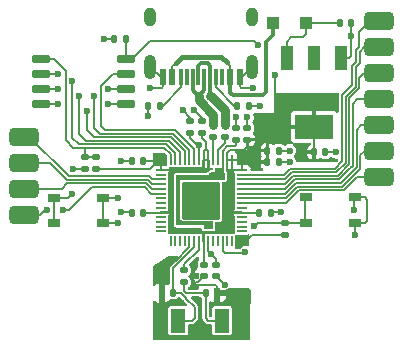
<source format=gbr>
%TF.GenerationSoftware,KiCad,Pcbnew,(6.0.4)*%
%TF.CreationDate,2022-07-20T20:12:39-04:00*%
%TF.ProjectId,Palette_Chip_KiCAD,50616c65-7474-4655-9f43-6869705f4b69,rev?*%
%TF.SameCoordinates,Original*%
%TF.FileFunction,Copper,L1,Top*%
%TF.FilePolarity,Positive*%
%FSLAX46Y46*%
G04 Gerber Fmt 4.6, Leading zero omitted, Abs format (unit mm)*
G04 Created by KiCad (PCBNEW (6.0.4)) date 2022-07-20 20:12:39*
%MOMM*%
%LPD*%
G01*
G04 APERTURE LIST*
G04 Aperture macros list*
%AMRoundRect*
0 Rectangle with rounded corners*
0 $1 Rounding radius*
0 $2 $3 $4 $5 $6 $7 $8 $9 X,Y pos of 4 corners*
0 Add a 4 corners polygon primitive as box body*
4,1,4,$2,$3,$4,$5,$6,$7,$8,$9,$2,$3,0*
0 Add four circle primitives for the rounded corners*
1,1,$1+$1,$2,$3*
1,1,$1+$1,$4,$5*
1,1,$1+$1,$6,$7*
1,1,$1+$1,$8,$9*
0 Add four rect primitives between the rounded corners*
20,1,$1+$1,$2,$3,$4,$5,0*
20,1,$1+$1,$4,$5,$6,$7,0*
20,1,$1+$1,$6,$7,$8,$9,0*
20,1,$1+$1,$8,$9,$2,$3,0*%
G04 Aperture macros list end*
%TA.AperFunction,SMDPad,CuDef*%
%ADD10R,1.100000X1.100000*%
%TD*%
%TA.AperFunction,SMDPad,CuDef*%
%ADD11RoundRect,0.140000X-0.140000X-0.170000X0.140000X-0.170000X0.140000X0.170000X-0.140000X0.170000X0*%
%TD*%
%TA.AperFunction,ComponentPad*%
%ADD12RoundRect,0.381000X-0.869000X-0.381000X0.869000X-0.381000X0.869000X0.381000X-0.869000X0.381000X0*%
%TD*%
%TA.AperFunction,SMDPad,CuDef*%
%ADD13RoundRect,0.135000X0.185000X-0.135000X0.185000X0.135000X-0.185000X0.135000X-0.185000X-0.135000X0*%
%TD*%
%TA.AperFunction,SMDPad,CuDef*%
%ADD14R,1.295400X2.006600*%
%TD*%
%TA.AperFunction,SMDPad,CuDef*%
%ADD15R,0.600000X1.450000*%
%TD*%
%TA.AperFunction,SMDPad,CuDef*%
%ADD16R,0.300000X1.450000*%
%TD*%
%TA.AperFunction,ComponentPad*%
%ADD17O,1.000000X2.100000*%
%TD*%
%TA.AperFunction,ComponentPad*%
%ADD18O,1.000000X1.600000*%
%TD*%
%TA.AperFunction,SMDPad,CuDef*%
%ADD19RoundRect,0.140000X0.140000X0.170000X-0.140000X0.170000X-0.140000X-0.170000X0.140000X-0.170000X0*%
%TD*%
%TA.AperFunction,SMDPad,CuDef*%
%ADD20RoundRect,0.135000X-0.185000X0.135000X-0.185000X-0.135000X0.185000X-0.135000X0.185000X0.135000X0*%
%TD*%
%TA.AperFunction,SMDPad,CuDef*%
%ADD21R,1.050000X0.650000*%
%TD*%
%TA.AperFunction,SMDPad,CuDef*%
%ADD22RoundRect,0.150000X-0.650000X-0.150000X0.650000X-0.150000X0.650000X0.150000X-0.650000X0.150000X0*%
%TD*%
%TA.AperFunction,SMDPad,CuDef*%
%ADD23RoundRect,0.140000X-0.170000X0.140000X-0.170000X-0.140000X0.170000X-0.140000X0.170000X0.140000X0*%
%TD*%
%TA.AperFunction,SMDPad,CuDef*%
%ADD24RoundRect,0.135000X0.135000X0.185000X-0.135000X0.185000X-0.135000X-0.185000X0.135000X-0.185000X0*%
%TD*%
%TA.AperFunction,SMDPad,CuDef*%
%ADD25RoundRect,0.050000X-0.387500X-0.050000X0.387500X-0.050000X0.387500X0.050000X-0.387500X0.050000X0*%
%TD*%
%TA.AperFunction,SMDPad,CuDef*%
%ADD26RoundRect,0.050000X-0.050000X-0.387500X0.050000X-0.387500X0.050000X0.387500X-0.050000X0.387500X0*%
%TD*%
%TA.AperFunction,SMDPad,CuDef*%
%ADD27RoundRect,0.144000X-1.456000X-1.456000X1.456000X-1.456000X1.456000X1.456000X-1.456000X1.456000X0*%
%TD*%
%TA.AperFunction,ComponentPad*%
%ADD28C,0.600000*%
%TD*%
%TA.AperFunction,SMDPad,CuDef*%
%ADD29RoundRect,0.140000X0.170000X-0.140000X0.170000X0.140000X-0.170000X0.140000X-0.170000X-0.140000X0*%
%TD*%
%TA.AperFunction,SMDPad,CuDef*%
%ADD30R,1.000000X2.150000*%
%TD*%
%TA.AperFunction,SMDPad,CuDef*%
%ADD31R,3.250000X2.150000*%
%TD*%
%TA.AperFunction,SMDPad,CuDef*%
%ADD32RoundRect,0.135000X-0.135000X-0.185000X0.135000X-0.185000X0.135000X0.185000X-0.135000X0.185000X0*%
%TD*%
%TA.AperFunction,ViaPad*%
%ADD33C,0.600000*%
%TD*%
%TA.AperFunction,Conductor*%
%ADD34C,0.150000*%
%TD*%
%TA.AperFunction,Conductor*%
%ADD35C,0.200000*%
%TD*%
%TA.AperFunction,Conductor*%
%ADD36C,0.800000*%
%TD*%
%TA.AperFunction,Conductor*%
%ADD37C,0.300000*%
%TD*%
%TA.AperFunction,Conductor*%
%ADD38C,0.400000*%
%TD*%
G04 APERTURE END LIST*
D10*
%TO.P,D14,1,K*%
%TO.N,Net-(C14-Pad1)*%
X152275000Y-79450000D03*
%TO.P,D14,2,A*%
%TO.N,VBUS*%
X149475000Y-79450000D03*
%TD*%
D11*
%TO.P,C15,1*%
%TO.N,ADC_IOVDD(43)*%
X152945000Y-90380000D03*
%TO.P,C15,2*%
%TO.N,GND*%
X153905000Y-90380000D03*
%TD*%
D12*
%TO.P,2,1*%
%TO.N,unconnected-(U1-Pad40)*%
X158415000Y-81500000D03*
%TD*%
D13*
%TO.P,R3,1*%
%TO.N,BOOT*%
X133520000Y-91780000D03*
%TO.P,R3,2*%
%TO.N,QSPI_CS*%
X133520000Y-90760000D03*
%TD*%
D14*
%TO.P,Y1,1,1*%
%TO.N,Net-(C3-Pad2)*%
X145157300Y-104645100D03*
%TO.P,Y1,2,2*%
%TO.N,XIN*%
X141452700Y-104645100D03*
%TD*%
D15*
%TO.P,USB1,1,GND*%
%TO.N,GND*%
X146630000Y-84062500D03*
%TO.P,USB1,2,VBUS*%
%TO.N,VBUS*%
X145855000Y-84062500D03*
D16*
%TO.P,USB1,3,SBU2*%
%TO.N,unconnected-(USB1-Pad3)*%
X145155000Y-84062500D03*
%TO.P,USB1,4,CC1*%
%TO.N,Net-(R6-Pad1)*%
X144655000Y-84062500D03*
%TO.P,USB1,5,DN2*%
%TO.N,/USB_D-*%
X144155000Y-84062500D03*
%TO.P,USB1,6,DP1*%
%TO.N,/USB_D+*%
X143655000Y-84062500D03*
%TO.P,USB1,7,DN1*%
%TO.N,/USB_D-*%
X143155000Y-84062500D03*
%TO.P,USB1,8,DP2*%
%TO.N,/USB_D+*%
X142655000Y-84062500D03*
%TO.P,USB1,9,SBU1*%
%TO.N,unconnected-(USB1-Pad9)*%
X142155000Y-84062500D03*
%TO.P,USB1,10,CC2*%
%TO.N,Net-(R5-Pad1)*%
X141655000Y-84062500D03*
D15*
%TO.P,USB1,11,VBUS*%
%TO.N,VBUS*%
X140955000Y-84062500D03*
%TO.P,USB1,12,GND*%
%TO.N,GND*%
X140180000Y-84062500D03*
D17*
%TO.P,USB1,13,SHIELD*%
X139085000Y-83147500D03*
D18*
X147725000Y-78967500D03*
X139085000Y-78967500D03*
D17*
X147725000Y-83147500D03*
%TD*%
D11*
%TO.P,C12,1*%
%TO.N,ADC_IOVDD(43)*%
X148995000Y-91217500D03*
%TO.P,C12,2*%
%TO.N,GND*%
X149955000Y-91217500D03*
%TD*%
D12*
%TO.P,7,1*%
%TO.N,unconnected-(U1-Pad35)*%
X158415000Y-92500000D03*
%TD*%
D19*
%TO.P,C16,1*%
%TO.N,ADC_IOVDD(43)*%
X137005000Y-80790000D03*
%TO.P,C16,2*%
%TO.N,GND*%
X136045000Y-80790000D03*
%TD*%
%TO.P,C10,1*%
%TO.N,ADC_IOVDD(43)*%
X138485000Y-95497500D03*
%TO.P,C10,2*%
%TO.N,GND*%
X137525000Y-95497500D03*
%TD*%
D12*
%TO.P,Led2,1*%
%TO.N,LED2*%
X128415000Y-95690000D03*
%TD*%
D20*
%TO.P,R1,1*%
%TO.N,XOUT*%
X141965000Y-100370000D03*
%TO.P,R1,2*%
%TO.N,Net-(C3-Pad2)*%
X141965000Y-101390000D03*
%TD*%
D12*
%TO.P,5,1*%
%TO.N,unconnected-(U1-Pad37)*%
X158415000Y-88100000D03*
%TD*%
D11*
%TO.P,C9,1*%
%TO.N,ADC_IOVDD(43)*%
X148305000Y-95500000D03*
%TO.P,C9,2*%
%TO.N,GND*%
X149265000Y-95500000D03*
%TD*%
D12*
%TO.P,6,1*%
%TO.N,unconnected-(U1-Pad36)*%
X158415000Y-90300000D03*
%TD*%
D21*
%TO.P,S2,1,1*%
%TO.N,RESET*%
X152245000Y-94225000D03*
%TO.P,S2,2,2*%
%TO.N,GND*%
X156395000Y-94225000D03*
%TO.P,S2,3,3*%
%TO.N,RESET*%
X152245000Y-96375000D03*
%TO.P,S2,4,4*%
%TO.N,GND*%
X156395000Y-96375000D03*
%TD*%
D12*
%TO.P,4,1*%
%TO.N,unconnected-(U1-Pad38)*%
X158415000Y-85900000D03*
%TD*%
%TO.P,1,1*%
%TO.N,unconnected-(U1-Pad41)*%
X158415000Y-79300000D03*
%TD*%
D13*
%TO.P,R4,1*%
%TO.N,ADC_IOVDD(43)*%
X134500000Y-91780000D03*
%TO.P,R4,2*%
%TO.N,QSPI_CS*%
X134500000Y-90760000D03*
%TD*%
D12*
%TO.P,Rot_A,1*%
%TO.N,Rot_A*%
X128415000Y-89090000D03*
%TD*%
D22*
%TO.P,U2,1,~{CS}*%
%TO.N,QSPI_CS*%
X129805000Y-82525000D03*
%TO.P,U2,2,DO(IO1)*%
%TO.N,QSPI_SD1*%
X129805000Y-83795000D03*
%TO.P,U2,3,IO2*%
%TO.N,QSPI_SD2*%
X129805000Y-85065000D03*
%TO.P,U2,4,GND*%
%TO.N,GND*%
X129805000Y-86335000D03*
%TO.P,U2,5,DI(IO0)*%
%TO.N,QSPI_SD0*%
X137005000Y-86335000D03*
%TO.P,U2,6,CLK*%
%TO.N,QSPI_CLK*%
X137005000Y-85065000D03*
%TO.P,U2,7,IO3*%
%TO.N,QSPI_SP3*%
X137005000Y-83795000D03*
%TO.P,U2,8,VCC*%
%TO.N,ADC_IOVDD(43)*%
X137005000Y-82525000D03*
%TD*%
D23*
%TO.P,C11,1*%
%TO.N,ADC_IOVDD(43)*%
X143595000Y-99930000D03*
%TO.P,C11,2*%
%TO.N,GND*%
X143595000Y-100890000D03*
%TD*%
D20*
%TO.P,R7,1*%
%TO.N,/USB_D-*%
X145375000Y-88055000D03*
%TO.P,R7,2*%
%TO.N,USB_D-(46)*%
X145375000Y-89075000D03*
%TD*%
D12*
%TO.P,3,1*%
%TO.N,unconnected-(U1-Pad39)*%
X158415000Y-83700000D03*
%TD*%
D13*
%TO.P,R2,1*%
%TO.N,ADC_IOVDD(43)*%
X150440000Y-97400000D03*
%TO.P,R2,2*%
%TO.N,RESET*%
X150440000Y-96380000D03*
%TD*%
D19*
%TO.P,C3,1*%
%TO.N,GND*%
X144725000Y-102320000D03*
%TO.P,C3,2*%
%TO.N,Net-(C3-Pad2)*%
X143765000Y-102320000D03*
%TD*%
D11*
%TO.P,C14,1*%
%TO.N,Net-(C14-Pad1)*%
X155125000Y-79440000D03*
%TO.P,C14,2*%
%TO.N,GND*%
X156085000Y-79440000D03*
%TD*%
D24*
%TO.P,R5,1*%
%TO.N,Net-(R5-Pad1)*%
X139885000Y-86440000D03*
%TO.P,R5,2*%
%TO.N,GND*%
X138865000Y-86440000D03*
%TD*%
D13*
%TO.P,R8,1*%
%TO.N,USB_D+(47)*%
X144395000Y-89075000D03*
%TO.P,R8,2*%
%TO.N,/USB_D+*%
X144395000Y-88055000D03*
%TD*%
D25*
%TO.P,U1,1,IOVDD*%
%TO.N,ADC_IOVDD(43)*%
X139957500Y-91897500D03*
%TO.P,U1,2,GPIO0*%
%TO.N,unconnected-(U1-Pad2)*%
X139957500Y-92297500D03*
%TO.P,U1,3,GPIO1*%
%TO.N,Rot_A*%
X139957500Y-92697500D03*
%TO.P,U1,4,GPIO2*%
%TO.N,Rot_B*%
X139957500Y-93097500D03*
%TO.P,U1,5,GPIO3*%
%TO.N,LED1*%
X139957500Y-93497500D03*
%TO.P,U1,6,GPIO4*%
%TO.N,LED2*%
X139957500Y-93897500D03*
%TO.P,U1,7,GPIO5*%
%TO.N,unconnected-(U1-Pad7)*%
X139957500Y-94297500D03*
%TO.P,U1,8,GPIO6*%
%TO.N,unconnected-(U1-Pad8)*%
X139957500Y-94697500D03*
%TO.P,U1,9,GPIO7*%
%TO.N,unconnected-(U1-Pad9)*%
X139957500Y-95097500D03*
%TO.P,U1,10,IOVDD*%
%TO.N,ADC_IOVDD(43)*%
X139957500Y-95497500D03*
%TO.P,U1,11,GPIO8*%
%TO.N,unconnected-(U1-Pad11)*%
X139957500Y-95897500D03*
%TO.P,U1,12,GPIO9*%
%TO.N,unconnected-(U1-Pad12)*%
X139957500Y-96297500D03*
%TO.P,U1,13,GPIO10*%
%TO.N,unconnected-(U1-Pad13)*%
X139957500Y-96697500D03*
%TO.P,U1,14,GPIO11*%
%TO.N,unconnected-(U1-Pad14)*%
X139957500Y-97097500D03*
D26*
%TO.P,U1,15,GPIO12*%
%TO.N,unconnected-(U1-Pad15)*%
X140795000Y-97935000D03*
%TO.P,U1,16,GPIO13*%
%TO.N,unconnected-(U1-Pad16)*%
X141195000Y-97935000D03*
%TO.P,U1,17,GPIO14*%
%TO.N,unconnected-(U1-Pad17)*%
X141595000Y-97935000D03*
%TO.P,U1,18,GPIO15*%
%TO.N,unconnected-(U1-Pad18)*%
X141995000Y-97935000D03*
%TO.P,U1,19,TESTEN*%
%TO.N,GND*%
X142395000Y-97935000D03*
%TO.P,U1,20,XIN*%
%TO.N,XIN*%
X142795000Y-97935000D03*
%TO.P,U1,21,XOUT*%
%TO.N,XOUT*%
X143195000Y-97935000D03*
%TO.P,U1,22,IOVDD*%
%TO.N,ADC_IOVDD(43)*%
X143595000Y-97935000D03*
%TO.P,U1,23,DVDD*%
%TO.N,DVDD(23)*%
X143995000Y-97935000D03*
%TO.P,U1,24,SWCLK*%
%TO.N,unconnected-(U1-Pad24)*%
X144395000Y-97935000D03*
%TO.P,U1,25,SWDIO*%
%TO.N,unconnected-(U1-Pad25)*%
X144795000Y-97935000D03*
%TO.P,U1,26,RUN*%
%TO.N,RESET*%
X145195000Y-97935000D03*
%TO.P,U1,27,GPIO16*%
%TO.N,unconnected-(U1-Pad27)*%
X145595000Y-97935000D03*
%TO.P,U1,28,GPIO17*%
%TO.N,unconnected-(U1-Pad28)*%
X145995000Y-97935000D03*
D25*
%TO.P,U1,29,GPIO18*%
%TO.N,unconnected-(U1-Pad29)*%
X146832500Y-97097500D03*
%TO.P,U1,30,GPIO19*%
%TO.N,unconnected-(U1-Pad30)*%
X146832500Y-96697500D03*
%TO.P,U1,31,GPIO20*%
%TO.N,unconnected-(U1-Pad31)*%
X146832500Y-96297500D03*
%TO.P,U1,32,GPIO21*%
%TO.N,unconnected-(U1-Pad32)*%
X146832500Y-95897500D03*
%TO.P,U1,33,IOVDD*%
%TO.N,ADC_IOVDD(43)*%
X146832500Y-95497500D03*
%TO.P,U1,34,GPIO22*%
%TO.N,unconnected-(U1-Pad34)*%
X146832500Y-95097500D03*
%TO.P,U1,35,GPIO23*%
%TO.N,unconnected-(U1-Pad35)*%
X146832500Y-94697500D03*
%TO.P,U1,36,GPIO24*%
%TO.N,unconnected-(U1-Pad36)*%
X146832500Y-94297500D03*
%TO.P,U1,37,GPIO25*%
%TO.N,unconnected-(U1-Pad37)*%
X146832500Y-93897500D03*
%TO.P,U1,38,GPIO26/ADC0*%
%TO.N,unconnected-(U1-Pad38)*%
X146832500Y-93497500D03*
%TO.P,U1,39,GPIO27/ADC1*%
%TO.N,unconnected-(U1-Pad39)*%
X146832500Y-93097500D03*
%TO.P,U1,40,GPIO28/ADC2*%
%TO.N,unconnected-(U1-Pad40)*%
X146832500Y-92697500D03*
%TO.P,U1,41,GPIO29/ADC3*%
%TO.N,unconnected-(U1-Pad41)*%
X146832500Y-92297500D03*
%TO.P,U1,42,IOVDD*%
%TO.N,ADC_IOVDD(43)*%
X146832500Y-91897500D03*
D26*
%TO.P,U1,43,ADC_AVDD*%
X145995000Y-91060000D03*
%TO.P,U1,44,VREG_VIN*%
X145595000Y-91060000D03*
%TO.P,U1,45,VREG_VOUT*%
%TO.N,DVDD(23)*%
X145195000Y-91060000D03*
%TO.P,U1,46,USB_DM*%
%TO.N,USB_D-(46)*%
X144795000Y-91060000D03*
%TO.P,U1,47,USB_DP*%
%TO.N,USB_D+(47)*%
X144395000Y-91060000D03*
%TO.P,U1,48,USB_VDD*%
%TO.N,ADC_IOVDD(43)*%
X143995000Y-91060000D03*
%TO.P,U1,49,IOVDD*%
X143595000Y-91060000D03*
%TO.P,U1,50,DVDD*%
%TO.N,DVDD(23)*%
X143195000Y-91060000D03*
%TO.P,U1,51,QSPI_SD3*%
%TO.N,QSPI_SP3*%
X142795000Y-91060000D03*
%TO.P,U1,52,QSPI_SCLK*%
%TO.N,QSPI_CLK*%
X142395000Y-91060000D03*
%TO.P,U1,53,QSPI_SD0*%
%TO.N,QSPI_SD0*%
X141995000Y-91060000D03*
%TO.P,U1,54,QSPI_SD2*%
%TO.N,QSPI_SD2*%
X141595000Y-91060000D03*
%TO.P,U1,55,QSPI_SD1*%
%TO.N,QSPI_SD1*%
X141195000Y-91060000D03*
%TO.P,U1,56,QSPI_SS_N*%
%TO.N,QSPI_CS*%
X140795000Y-91060000D03*
D27*
%TO.P,U1,57,GND*%
%TO.N,GND*%
X143395000Y-94497500D03*
D28*
X143395000Y-95772500D03*
X144670000Y-94497500D03*
X143395000Y-93222500D03*
X143395000Y-94497500D03*
X142120000Y-95772500D03*
X142120000Y-93222500D03*
X142120000Y-94497500D03*
X144670000Y-95772500D03*
X144670000Y-93222500D03*
%TD*%
D11*
%TO.P,C2,1*%
%TO.N,GND*%
X140035000Y-102320000D03*
%TO.P,C2,2*%
%TO.N,XIN*%
X140995000Y-102320000D03*
%TD*%
D19*
%TO.P,C8,1*%
%TO.N,ADC_IOVDD(43)*%
X138485000Y-91097500D03*
%TO.P,C8,2*%
%TO.N,GND*%
X137525000Y-91097500D03*
%TD*%
D29*
%TO.P,C6,1*%
%TO.N,ADC_IOVDD(43)*%
X143415000Y-88740000D03*
%TO.P,C6,2*%
%TO.N,GND*%
X143415000Y-87780000D03*
%TD*%
%TO.P,C7,1*%
%TO.N,ADC_IOVDD(43)*%
X147305000Y-89315000D03*
%TO.P,C7,2*%
%TO.N,GND*%
X147305000Y-88355000D03*
%TD*%
D21*
%TO.P,S1,1,1*%
%TO.N,BOOT*%
X130935000Y-94240000D03*
%TO.P,S1,2,2*%
%TO.N,GND*%
X135085000Y-94240000D03*
%TO.P,S1,3,3*%
%TO.N,BOOT*%
X130935000Y-96390000D03*
%TO.P,S1,4,4*%
%TO.N,GND*%
X135085000Y-96390000D03*
%TD*%
D29*
%TO.P,C1,1*%
%TO.N,DVDD(23)*%
X142455000Y-88742500D03*
%TO.P,C1,2*%
%TO.N,GND*%
X142455000Y-87782500D03*
%TD*%
D11*
%TO.P,C13,1*%
%TO.N,ADC_IOVDD(43)*%
X148995000Y-90257500D03*
%TO.P,C13,2*%
%TO.N,GND*%
X149955000Y-90257500D03*
%TD*%
D30*
%TO.P,IC1,1,ADJUST/GROUND*%
%TO.N,GND*%
X155240750Y-82440000D03*
%TO.P,IC1,2,OUTPUT_1*%
%TO.N,unconnected-(IC1-Pad2)*%
X152940750Y-82440000D03*
%TO.P,IC1,3,INPUT*%
%TO.N,Net-(C14-Pad1)*%
X150640750Y-82440000D03*
D31*
%TO.P,IC1,4,OUTPUT_2*%
%TO.N,ADC_IOVDD(43)*%
X152940750Y-88240000D03*
%TD*%
D12*
%TO.P,Rot_B,1*%
%TO.N,Rot_B*%
X128415000Y-91290000D03*
%TD*%
%TO.P,Led1,1*%
%TO.N,LED1*%
X128415000Y-93490000D03*
%TD*%
D29*
%TO.P,C5,1*%
%TO.N,DVDD(23)*%
X146345000Y-89315000D03*
%TO.P,C5,2*%
%TO.N,GND*%
X146345000Y-88355000D03*
%TD*%
D32*
%TO.P,R6,1*%
%TO.N,Net-(R6-Pad1)*%
X146425000Y-86440000D03*
%TO.P,R6,2*%
%TO.N,GND*%
X147445000Y-86440000D03*
%TD*%
D23*
%TO.P,C4,1*%
%TO.N,DVDD(23)*%
X144675000Y-99930000D03*
%TO.P,C4,2*%
%TO.N,GND*%
X144675000Y-100890000D03*
%TD*%
D33*
%TO.N,GND*%
X147745000Y-84940000D03*
X140265000Y-103460000D03*
X156355000Y-95255000D03*
X136345000Y-96390000D03*
X138865000Y-87350000D03*
X135135000Y-80790000D03*
X136340000Y-94245000D03*
X142765000Y-100890000D03*
X140275000Y-105980000D03*
X145635000Y-102320000D03*
X146345000Y-87417500D03*
X150865000Y-91210000D03*
X146345000Y-105980000D03*
X136615000Y-95490000D03*
X140625000Y-99590000D03*
X146335000Y-103460000D03*
X154815000Y-90380000D03*
X145415000Y-101630000D03*
X143285000Y-105070000D03*
X150175000Y-95492500D03*
X148355000Y-86440000D03*
X131270000Y-86330000D03*
X156085000Y-80570000D03*
X141805000Y-86830000D03*
X150865000Y-90250000D03*
X141525000Y-103080000D03*
X142765000Y-86830000D03*
X140035000Y-101410000D03*
X139065000Y-84950000D03*
X136605000Y-91100000D03*
X156385000Y-97405000D03*
X147305000Y-87447500D03*
%TO.N,ADC_IOVDD(43)*%
X145705000Y-96810000D03*
X149625000Y-83880000D03*
X146775000Y-97870000D03*
X148195000Y-81310000D03*
%TO.N,BOOT*%
X132410000Y-93970000D03*
X132500000Y-91780000D03*
%TO.N,RESET*%
X147895000Y-96650000D03*
X147135000Y-98800000D03*
%TO.N,QSPI_SD1*%
X131270000Y-83790000D03*
X132475000Y-84370000D03*
%TO.N,QSPI_SD2*%
X131270000Y-85060000D03*
X133065000Y-85655000D03*
%TO.N,QSPI_SD0*%
X135535000Y-86325000D03*
X133745000Y-86910000D03*
%TO.N,QSPI_CLK*%
X134335000Y-85640000D03*
X135535000Y-85060000D03*
%TO.N,DVDD(23)*%
X144285000Y-92400000D03*
X144205000Y-98990000D03*
X143995000Y-96600000D03*
X143197933Y-89774223D03*
%TO.N,LED2*%
X130300000Y-95250000D03*
X131720000Y-95250000D03*
%TD*%
D34*
%TO.N,Net-(C3-Pad2)*%
X143990100Y-104645100D02*
X145157300Y-104645100D01*
X142115000Y-102320000D02*
X143765000Y-102320000D01*
X143765000Y-104420000D02*
X143990100Y-104645100D01*
X143765000Y-102320000D02*
X143765000Y-104420000D01*
X141965000Y-102170000D02*
X142115000Y-102320000D01*
X141965000Y-101390000D02*
X141965000Y-102170000D01*
%TO.N,XIN*%
X142850100Y-104414900D02*
X142850100Y-103505100D01*
X141691414Y-102320000D02*
X140995000Y-102320000D01*
X142795000Y-98430000D02*
X140995000Y-100230000D01*
X142625000Y-104640000D02*
X142850100Y-104414900D01*
X142131414Y-102760000D02*
X142131414Y-102786414D01*
X141455000Y-104640000D02*
X142622200Y-104640000D01*
X142795000Y-97935000D02*
X142795000Y-98430000D01*
X140995000Y-100230000D02*
X140995000Y-102320000D01*
X142131414Y-102760000D02*
X141691414Y-102320000D01*
X142131414Y-102786414D02*
X142850100Y-103505100D01*
D35*
%TO.N,USB_D+(47)*%
X144395000Y-89075000D02*
X144395000Y-91060000D01*
D36*
%TO.N,/USB_D+*%
X143165000Y-85607500D02*
X143165000Y-85960324D01*
D37*
X142655000Y-84050000D02*
X142655000Y-85117500D01*
D36*
X144410480Y-87205804D02*
X144410480Y-88039520D01*
X144410480Y-88039520D02*
X144395000Y-88055000D01*
D37*
X143655000Y-85117500D02*
X143165000Y-85607500D01*
X142655000Y-85117500D02*
X143145000Y-85607500D01*
D36*
X143165000Y-85960324D02*
X144410480Y-87205804D01*
D37*
X143655000Y-84050000D02*
X143655000Y-85117500D01*
%TO.N,/USB_D-*%
X143155000Y-84050000D02*
X143155000Y-83087500D01*
D36*
X145360000Y-88040000D02*
X145375000Y-88055000D01*
X144155000Y-85607500D02*
X144174287Y-85607500D01*
X145360000Y-86793213D02*
X145360000Y-88040000D01*
X144174287Y-85607500D02*
X145360000Y-86793213D01*
D37*
X143155000Y-83087500D02*
X143365000Y-82877500D01*
X143945000Y-82877500D02*
X143365000Y-82877500D01*
X144155000Y-84050000D02*
X144155000Y-85607500D01*
X144155000Y-83087500D02*
X143945000Y-82877500D01*
X144155000Y-84050000D02*
X144155000Y-83087500D01*
D35*
%TO.N,USB_D-(46)*%
X144795000Y-90200000D02*
X145375000Y-89620000D01*
X145375000Y-89620000D02*
X145375000Y-89075000D01*
X144795000Y-91060000D02*
X144795000Y-90200000D01*
D34*
%TO.N,Net-(R6-Pad1)*%
X144655000Y-84900000D02*
X146195000Y-86440000D01*
X144655000Y-84062500D02*
X144655000Y-84900000D01*
X146195000Y-86440000D02*
X146425000Y-86440000D01*
%TO.N,GND*%
X156395000Y-94225000D02*
X157255000Y-94225000D01*
X144725000Y-101760000D02*
X144595000Y-101630000D01*
D35*
X156085000Y-82280000D02*
X155925000Y-82440000D01*
D34*
X142395000Y-98406414D02*
X142269511Y-98531903D01*
X141211414Y-99590000D02*
X140625000Y-99590000D01*
D35*
X146755000Y-84940000D02*
X146630000Y-84815000D01*
X150865000Y-90250000D02*
X149955000Y-90250000D01*
D34*
X135085000Y-94240000D02*
X135085000Y-96390000D01*
D35*
X142455000Y-87780000D02*
X142455000Y-87480000D01*
D34*
X144725000Y-102320000D02*
X144725000Y-101760000D01*
X157255000Y-94225000D02*
X157430000Y-94400000D01*
D35*
X142455000Y-87480000D02*
X141805000Y-86830000D01*
X156085000Y-79440000D02*
X156085000Y-80570000D01*
D34*
X157430000Y-96190000D02*
X157247500Y-96372500D01*
X129805000Y-86330000D02*
X131270000Y-86330000D01*
D35*
X146345000Y-88327500D02*
X146345000Y-87417500D01*
D34*
X143135000Y-101350000D02*
X142905000Y-101350000D01*
X156355000Y-94225000D02*
X156355000Y-95255000D01*
D35*
X136045000Y-80790000D02*
X135135000Y-80790000D01*
X137515000Y-91100000D02*
X136605000Y-91100000D01*
D34*
X142269511Y-98531903D02*
X141211414Y-99590000D01*
D35*
X138865000Y-87350000D02*
X138865000Y-86440000D01*
X147305000Y-88357500D02*
X147305000Y-87447500D01*
X140185000Y-84812500D02*
X140185000Y-84060000D01*
X137525000Y-95490000D02*
X136615000Y-95490000D01*
X143415000Y-87780000D02*
X143415000Y-87480000D01*
D34*
X156390000Y-96370000D02*
X156390000Y-97400000D01*
D35*
X140180000Y-84062500D02*
X140000000Y-84062500D01*
D34*
X144595000Y-101630000D02*
X144575000Y-101610000D01*
D35*
X150175000Y-95492500D02*
X149265000Y-95492500D01*
D34*
X143595000Y-100890000D02*
X143135000Y-101350000D01*
D35*
X140035000Y-102320000D02*
X140035000Y-101410000D01*
X147745000Y-84940000D02*
X146755000Y-84940000D01*
X154815000Y-90380000D02*
X153905000Y-90380000D01*
X156085000Y-80570000D02*
X156085000Y-82280000D01*
X146810000Y-84062500D02*
X147725000Y-83147500D01*
X148355000Y-86440000D02*
X147445000Y-86440000D01*
X150865000Y-91210000D02*
X149955000Y-91210000D01*
X146630000Y-84062500D02*
X146810000Y-84062500D01*
D34*
X135090000Y-96385000D02*
X136340000Y-96385000D01*
D35*
X144725000Y-102320000D02*
X145635000Y-102320000D01*
D34*
X156390000Y-96370000D02*
X157250000Y-96370000D01*
D35*
X155925000Y-82440000D02*
X155240750Y-82440000D01*
D34*
X144575000Y-101610000D02*
X142915000Y-101610000D01*
D35*
X146630000Y-84815000D02*
X146630000Y-84062500D01*
D34*
X144675000Y-100890000D02*
X145415000Y-101630000D01*
X157430000Y-94400000D02*
X157430000Y-96190000D01*
D35*
X140055000Y-84950000D02*
X139065000Y-84950000D01*
D34*
X135085000Y-94240000D02*
X136335000Y-94240000D01*
D35*
X140000000Y-84062500D02*
X139085000Y-83147500D01*
X140185000Y-84820000D02*
X140060000Y-84945000D01*
X143415000Y-87480000D02*
X142765000Y-86830000D01*
D34*
X142395000Y-97935000D02*
X142395000Y-98406414D01*
X135840000Y-94215000D02*
X135845000Y-94220000D01*
%TO.N,Net-(R5-Pad1)*%
X139885000Y-86440000D02*
X140115000Y-86440000D01*
X141655000Y-84060000D02*
X141655000Y-84897500D01*
X140115000Y-86440000D02*
X141655000Y-84900000D01*
%TO.N,ADC_IOVDD(43)*%
X147665000Y-97360000D02*
X150400000Y-97360000D01*
D35*
X140842500Y-95497500D02*
X140845000Y-95500000D01*
X145595000Y-92020000D02*
X145805000Y-92230000D01*
X143995000Y-91060000D02*
X143995000Y-90290000D01*
X143995000Y-91060000D02*
X143995000Y-91680000D01*
X146830000Y-91900000D02*
X146832500Y-91897500D01*
X139015000Y-91780000D02*
X139445000Y-91350000D01*
X145995000Y-91780000D02*
X146115000Y-91900000D01*
X143595000Y-91700000D02*
X143385000Y-91910000D01*
X152940750Y-90375750D02*
X152940750Y-88240000D01*
X146832500Y-95497500D02*
X145607500Y-95497500D01*
X147045000Y-90240000D02*
X147305000Y-89980000D01*
X137005000Y-80790000D02*
X137005000Y-82525000D01*
X146775000Y-97870000D02*
X147155000Y-97870000D01*
X145815000Y-90240000D02*
X147045000Y-90240000D01*
X146115000Y-91900000D02*
X146830000Y-91900000D01*
X138155000Y-81870000D02*
X139085000Y-80940000D01*
X143855000Y-91940000D02*
X143695000Y-91940000D01*
X138485000Y-95497500D02*
X139957500Y-95497500D01*
X146835000Y-95500000D02*
X146832500Y-95497500D01*
X143595000Y-91060000D02*
X143595000Y-91700000D01*
X143995000Y-91680000D02*
X143995000Y-91800000D01*
X143995000Y-90290000D02*
X143795000Y-90090000D01*
X147305000Y-89980000D02*
X147305000Y-89315000D01*
X143595000Y-91060000D02*
X143595000Y-90290000D01*
X139957500Y-91897500D02*
X140852500Y-91897500D01*
X145595000Y-90460000D02*
X145815000Y-90240000D01*
X138485000Y-91097500D02*
X139912500Y-91097500D01*
X147155000Y-97870000D02*
X147665000Y-97360000D01*
X145995000Y-91060000D02*
X145995000Y-91780000D01*
X148305000Y-95500000D02*
X146835000Y-95500000D01*
X143795000Y-89560000D02*
X143795000Y-90090000D01*
X137500000Y-82525000D02*
X138155000Y-81870000D01*
X143595000Y-97935000D02*
X143595000Y-99930000D01*
X143595000Y-90290000D02*
X143795000Y-90090000D01*
X149625000Y-85390000D02*
X150225000Y-85990000D01*
X134500000Y-91780000D02*
X139015000Y-91780000D01*
X147825000Y-80940000D02*
X148195000Y-81310000D01*
X139912500Y-91097500D02*
X139955000Y-91140000D01*
X139085000Y-80940000D02*
X139965000Y-80940000D01*
X139957500Y-95497500D02*
X140842500Y-95497500D01*
X143385000Y-91910000D02*
X143095000Y-91910000D01*
X143415000Y-89180000D02*
X143795000Y-89560000D01*
X149625000Y-83880000D02*
X149625000Y-85390000D01*
X152945000Y-90380000D02*
X152940750Y-90375750D01*
X139965000Y-80940000D02*
X147825000Y-80940000D01*
X143415000Y-88740000D02*
X143415000Y-89180000D01*
X143995000Y-91800000D02*
X143855000Y-91940000D01*
X145595000Y-91060000D02*
X145595000Y-90460000D01*
X137005000Y-82525000D02*
X137500000Y-82525000D01*
D34*
X150400000Y-97360000D02*
X150440000Y-97400000D01*
D35*
X145595000Y-91060000D02*
X145595000Y-92020000D01*
D34*
%TO.N,QSPI_CS*%
X133520000Y-90140000D02*
X133520000Y-90060000D01*
X133520000Y-90060000D02*
X133475740Y-90015740D01*
X140795000Y-91060000D02*
X140795000Y-90581480D01*
X140229260Y-90015740D02*
X133645740Y-90015740D01*
X130925000Y-82510000D02*
X131910000Y-83495000D01*
X133395740Y-90015740D02*
X133520000Y-90140000D01*
X140795000Y-90581480D02*
X140229260Y-90015740D01*
X132540740Y-90015740D02*
X131915930Y-89390930D01*
X133475740Y-90015740D02*
X133374260Y-90015740D01*
X133374260Y-90015740D02*
X133395740Y-90015740D01*
X130920000Y-82510000D02*
X129805000Y-82510000D01*
X133374260Y-90015740D02*
X132540740Y-90015740D01*
X133644260Y-90015740D02*
X133520000Y-90140000D01*
X131915930Y-86900930D02*
X131915000Y-86900000D01*
X133520000Y-90760000D02*
X134500000Y-90760000D01*
X133645740Y-90015740D02*
X133644260Y-90015740D01*
X131915930Y-89390930D02*
X131915930Y-86900930D01*
X131915000Y-86900000D02*
X131915000Y-83500000D01*
X133520000Y-90760000D02*
X133520000Y-90140000D01*
X133645740Y-90015740D02*
X133475740Y-90015740D01*
%TO.N,BOOT*%
X133520000Y-91780000D02*
X132500000Y-91780000D01*
X132140000Y-94240000D02*
X132410000Y-93970000D01*
X132140000Y-94240000D02*
X130935000Y-94240000D01*
X130935000Y-94240000D02*
X130935000Y-96390000D01*
D35*
%TO.N,RESET*%
X145375000Y-98920000D02*
X147015000Y-98920000D01*
D34*
X152205000Y-94225000D02*
X152205000Y-96375000D01*
X150445000Y-96375000D02*
X152245000Y-96375000D01*
X150440000Y-96380000D02*
X150445000Y-96375000D01*
D35*
X145195000Y-97935000D02*
X145195000Y-98740000D01*
X147895000Y-96650000D02*
X148165000Y-96380000D01*
X147015000Y-98920000D02*
X147135000Y-98800000D01*
X145195000Y-98740000D02*
X145375000Y-98920000D01*
D34*
X148165000Y-96380000D02*
X150440000Y-96380000D01*
%TO.N,XOUT*%
X141965000Y-100370000D02*
X141965000Y-99880000D01*
X143195000Y-98650000D02*
X143195000Y-98590000D01*
X141965000Y-99880000D02*
X143195000Y-98650000D01*
X143195000Y-97935000D02*
X143195000Y-98590000D01*
%TO.N,QSPI_SD1*%
X141195000Y-91060000D02*
X141195000Y-90487184D01*
X140424036Y-89716220D02*
X133011220Y-89716220D01*
X132480000Y-89185000D02*
X132480000Y-84375000D01*
X133011220Y-89716220D02*
X132480000Y-89185000D01*
X132480000Y-84375000D02*
X132475000Y-84370000D01*
X129805000Y-83790000D02*
X131270000Y-83790000D01*
X141195000Y-90487184D02*
X140424036Y-89716220D01*
%TO.N,QSPI_SD2*%
X140618812Y-89416700D02*
X141595000Y-90392888D01*
X133641700Y-89416700D02*
X140618812Y-89416700D01*
X133065000Y-85655000D02*
X133065000Y-88840000D01*
X133065000Y-88840000D02*
X133641700Y-89416700D01*
X141595000Y-90392888D02*
X141595000Y-91060000D01*
X129805000Y-85060000D02*
X131270000Y-85060000D01*
%TO.N,QSPI_SD0*%
X133745000Y-86910000D02*
X133745000Y-88544360D01*
X137005000Y-86330000D02*
X135540000Y-86330000D01*
X140813588Y-89117180D02*
X135834992Y-89117180D01*
X135022180Y-89117180D02*
X134317820Y-89117180D01*
X133745000Y-88544360D02*
X134317820Y-89117180D01*
X141995000Y-91060000D02*
X141995000Y-90298592D01*
X135834992Y-89117180D02*
X135532180Y-89117180D01*
X135532180Y-89117180D02*
X135022180Y-89117180D01*
X141995000Y-90298592D02*
X140813588Y-89117180D01*
%TO.N,QSPI_CLK*%
X135710926Y-88817660D02*
X141008364Y-88817660D01*
X135710926Y-88817660D02*
X134812660Y-88817660D01*
X141008364Y-88817660D02*
X142395000Y-90204296D01*
X134335000Y-88340000D02*
X134812660Y-88817660D01*
X135540000Y-85065000D02*
X135535000Y-85060000D01*
X142395000Y-90204296D02*
X142395000Y-91060000D01*
X137005000Y-85065000D02*
X135540000Y-85065000D01*
X134335000Y-85640000D02*
X134335000Y-88340000D01*
%TO.N,QSPI_SP3*%
X134905000Y-84780000D02*
X134905000Y-88180000D01*
X134905000Y-88180000D02*
X135243140Y-88518140D01*
X141203140Y-88518140D02*
X142795000Y-90110000D01*
X135243140Y-88518140D02*
X141203140Y-88518140D01*
X142795000Y-90110000D02*
X142795000Y-91060000D01*
X135890000Y-83795000D02*
X134905000Y-84780000D01*
X137005000Y-83795000D02*
X135890000Y-83795000D01*
D35*
%TO.N,Net-(C14-Pad1)*%
X150640750Y-82440000D02*
X150640750Y-81034250D01*
X151025000Y-80650000D02*
X152005000Y-80650000D01*
X152275000Y-79450000D02*
X155115000Y-79450000D01*
X150640750Y-81034250D02*
X151025000Y-80650000D01*
X152275000Y-80380000D02*
X152275000Y-79450000D01*
X155115000Y-79450000D02*
X155125000Y-79440000D01*
X152005000Y-80650000D02*
X152275000Y-80380000D01*
D34*
%TO.N,Rot_A*%
X138972195Y-92421440D02*
X132161440Y-92421440D01*
X128830000Y-89090000D02*
X128789520Y-89090000D01*
X139248256Y-92697500D02*
X138972195Y-92421440D01*
X132161440Y-92421440D02*
X128830000Y-89090000D01*
X139957500Y-92697500D02*
X139248256Y-92697500D01*
%TO.N,Rot_B*%
X138848130Y-92720960D02*
X132037374Y-92720960D01*
X139224672Y-93097500D02*
X138848130Y-92720960D01*
X130606414Y-91290000D02*
X128789520Y-91290000D01*
X128789520Y-91290000D02*
X128789520Y-91285240D01*
X132037374Y-92720960D02*
X130606414Y-91290000D01*
X139957500Y-93097500D02*
X139224672Y-93097500D01*
D35*
%TO.N,DVDD(23)*%
X142455000Y-89170000D02*
X143059223Y-89774223D01*
X145195000Y-91950000D02*
X145085000Y-92060000D01*
X143059223Y-89774223D02*
X143197933Y-89774223D01*
X143195000Y-89777156D02*
X143197933Y-89774223D01*
X145195000Y-91060000D02*
X145195000Y-91950000D01*
X145598816Y-89890480D02*
X146224520Y-89890480D01*
X144675000Y-99460000D02*
X144205000Y-98990000D01*
X143995000Y-98780000D02*
X144205000Y-98990000D01*
X146224520Y-89890480D02*
X146345000Y-89770000D01*
X145195000Y-90294296D02*
X145598816Y-89890480D01*
X143195000Y-91060000D02*
X143195000Y-89777156D01*
X146345000Y-89770000D02*
X146345000Y-89315000D01*
X142455000Y-88742500D02*
X142455000Y-89170000D01*
X143995000Y-97935000D02*
X143995000Y-98780000D01*
X145195000Y-91060000D02*
X145195000Y-90294296D01*
X144675000Y-99930000D02*
X144675000Y-99460000D01*
D34*
%TO.N,LED2*%
X132180000Y-95250000D02*
X134110000Y-93320000D01*
X130140000Y-95250000D02*
X129700000Y-95690000D01*
X139177500Y-93897500D02*
X139957500Y-93897500D01*
X131720000Y-95250000D02*
X132180000Y-95250000D01*
X138600000Y-93320000D02*
X139177500Y-93897500D01*
X134110000Y-93320000D02*
X138600000Y-93320000D01*
X130300000Y-95250000D02*
X130140000Y-95250000D01*
X129700000Y-95690000D02*
X128789520Y-95690000D01*
%TO.N,LED1*%
X132049520Y-93020480D02*
X131580000Y-93490000D01*
X139201086Y-93497500D02*
X138724065Y-93020480D01*
X139957500Y-93497500D02*
X139201086Y-93497500D01*
X131580000Y-93490000D02*
X128789520Y-93490000D01*
X138724065Y-93020480D02*
X132049520Y-93020480D01*
%TO.N,unconnected-(U1-Pad35)*%
X155740757Y-93295756D02*
X156536513Y-92500000D01*
X150559014Y-94697500D02*
X151659394Y-93597120D01*
X146832500Y-94697500D02*
X150559014Y-94697500D01*
X155439394Y-93597120D02*
X155740757Y-93295756D01*
X156536513Y-92500000D02*
X158040480Y-92500000D01*
X151659394Y-93597120D02*
X155439394Y-93597120D01*
%TO.N,unconnected-(U1-Pad36)*%
X156837110Y-90667890D02*
X157213465Y-90291535D01*
X158040480Y-90291535D02*
X158040480Y-90300000D01*
X153895000Y-93297600D02*
X155315330Y-93297598D01*
X151535328Y-93297600D02*
X153895000Y-93297600D01*
X150535428Y-94297500D02*
X151535328Y-93297600D01*
X155315330Y-93297598D02*
X156837110Y-91775817D01*
X157213465Y-90291535D02*
X158040480Y-90291535D01*
X146832500Y-94297500D02*
X150535428Y-94297500D01*
X156837110Y-91775817D02*
X156837110Y-90667890D01*
%TO.N,unconnected-(U1-Pad37)*%
X158040480Y-88101535D02*
X158040480Y-88100000D01*
X155191264Y-92998079D02*
X155377171Y-92812171D01*
X150511842Y-93897500D02*
X151411262Y-92998080D01*
X156913465Y-88101535D02*
X158040480Y-88101535D01*
X151411262Y-92998080D02*
X155191264Y-92998079D01*
X156537590Y-88477410D02*
X156913465Y-88101535D01*
X156537590Y-90793106D02*
X156537590Y-88477410D01*
X156537591Y-91651749D02*
X156537590Y-90793106D01*
X155377171Y-92812171D02*
X156537591Y-91651749D01*
X146832500Y-93897500D02*
X150511842Y-93897500D01*
%TO.N,unconnected-(U1-Pad38)*%
X151287196Y-92698560D02*
X155067198Y-92698560D01*
X156010378Y-91755378D02*
X156238071Y-91527684D01*
X146832500Y-93497500D02*
X150488256Y-93497500D01*
X158040480Y-85900000D02*
X158040480Y-85910000D01*
X156238070Y-86276930D02*
X156615000Y-85900000D01*
X155067198Y-92698560D02*
X156010378Y-91755378D01*
X156238071Y-91527684D02*
X156238070Y-90950000D01*
X156615000Y-85900000D02*
X158040480Y-85900000D01*
X156238070Y-90950000D02*
X156238070Y-86276930D01*
X150488256Y-93497500D02*
X151287196Y-92698560D01*
%TO.N,unconnected-(U1-Pad39)*%
X155938550Y-90970000D02*
X155938550Y-85806450D01*
X146832500Y-93097500D02*
X150464670Y-93097500D01*
X155938550Y-85806450D02*
X156755000Y-84990000D01*
X155938551Y-91403619D02*
X155938550Y-90970000D01*
X154943132Y-92399040D02*
X155938551Y-91403619D01*
X156755000Y-84080000D02*
X157135000Y-83700000D01*
X157135000Y-83700000D02*
X158040480Y-83700000D01*
X156755000Y-84990000D02*
X156755000Y-84080000D01*
X151163130Y-92399040D02*
X154943132Y-92399040D01*
X150464670Y-93097500D02*
X151163130Y-92399040D01*
%TO.N,unconnected-(U1-Pad40)*%
X156805000Y-81880000D02*
X157183465Y-81501535D01*
X150441085Y-92697500D02*
X151039066Y-92099520D01*
X158040480Y-81501535D02*
X158040480Y-81500000D01*
X155639031Y-91279554D02*
X155639030Y-85682384D01*
X156805000Y-82838371D02*
X156805000Y-81880000D01*
X154819066Y-92099520D02*
X155639031Y-91279554D01*
X155639030Y-85682384D02*
X156455480Y-84865935D01*
X146832500Y-92697500D02*
X150441085Y-92697500D01*
X157183465Y-81501535D02*
X158040480Y-81501535D01*
X151039066Y-92099520D02*
X154819066Y-92099520D01*
X156455480Y-84865935D02*
X156455480Y-83187891D01*
X156455480Y-83187891D02*
X156805000Y-82838371D01*
%TO.N,unconnected-(U1-Pad41)*%
X156155960Y-84741870D02*
X156155960Y-83063825D01*
X156505480Y-82714305D02*
X156505480Y-81749520D01*
X150915000Y-91800000D02*
X154695000Y-91800000D01*
X154695000Y-91800000D02*
X155339511Y-91155489D01*
X156755000Y-81500000D02*
X156755000Y-80230000D01*
X156155960Y-83063825D02*
X156505480Y-82714305D01*
X150417500Y-92297500D02*
X150915000Y-91800000D01*
X146832500Y-92297500D02*
X150417500Y-92297500D01*
X155339511Y-85558318D02*
X156155960Y-84741870D01*
X156505480Y-81749520D02*
X156755000Y-81500000D01*
X156755000Y-80230000D02*
X157685000Y-79300000D01*
X155339511Y-91155489D02*
X155339511Y-85558318D01*
X157685000Y-79300000D02*
X158040480Y-79300000D01*
D35*
%TO.N,VBUS*%
X145735000Y-82987500D02*
X145535709Y-82788209D01*
D37*
X145855000Y-85380000D02*
X146045000Y-85570000D01*
X148905000Y-81060000D02*
X149475000Y-80490000D01*
X148615000Y-85570000D02*
X148915000Y-85270000D01*
X145855000Y-84062500D02*
X145855000Y-85380000D01*
D38*
X141265000Y-82808918D02*
X141265000Y-82807500D01*
D37*
X148915000Y-85270000D02*
X148915000Y-81070000D01*
D38*
X141265000Y-82807500D02*
X141775000Y-82297500D01*
D37*
X149475000Y-80490000D02*
X149475000Y-79450000D01*
D38*
X141775000Y-82297500D02*
X145045000Y-82297500D01*
D37*
X148915000Y-81070000D02*
X148905000Y-81060000D01*
D35*
X145855000Y-83107500D02*
X145744291Y-82996791D01*
X145855000Y-84047500D02*
X145855000Y-83116418D01*
X140955000Y-83118918D02*
X141065709Y-83008209D01*
X141065709Y-83008209D02*
X141265000Y-82808918D01*
D38*
X145045000Y-82297500D02*
X145535709Y-82788209D01*
D37*
X146045000Y-85570000D02*
X148615000Y-85570000D01*
D35*
X140955000Y-84050000D02*
X140955000Y-83118918D01*
%TD*%
%TA.AperFunction,Conductor*%
%TO.N,ADC_IOVDD(43)*%
G36*
X147434454Y-97354970D02*
G01*
X147455000Y-97406142D01*
X147455000Y-98298613D01*
X147437687Y-98346179D01*
X147393850Y-98371489D01*
X147348785Y-98362340D01*
X147347830Y-98364407D01*
X147343041Y-98362194D01*
X147338619Y-98359328D01*
X147333570Y-98357818D01*
X147333568Y-98357817D01*
X147211806Y-98321402D01*
X147211805Y-98321402D01*
X147206753Y-98319891D01*
X147136065Y-98319459D01*
X147074388Y-98319082D01*
X147074387Y-98319082D01*
X147069118Y-98319050D01*
X146936780Y-98356873D01*
X146820376Y-98430318D01*
X146729265Y-98533482D01*
X146727024Y-98538256D01*
X146724130Y-98542661D01*
X146722944Y-98541882D01*
X146691523Y-98573145D01*
X146660418Y-98580000D01*
X146288608Y-98580000D01*
X146241042Y-98562687D01*
X146215732Y-98518850D01*
X146227079Y-98464888D01*
X146258078Y-98418495D01*
X146262126Y-98412437D01*
X146263549Y-98405287D01*
X146274790Y-98348773D01*
X146274790Y-98348772D01*
X146275500Y-98345203D01*
X146275499Y-97524798D01*
X146262126Y-97457563D01*
X146261974Y-97457336D01*
X146259941Y-97410763D01*
X146290756Y-97370605D01*
X146340176Y-97359649D01*
X146352596Y-97362978D01*
X146355063Y-97364626D01*
X146362208Y-97366047D01*
X146362210Y-97366048D01*
X146418727Y-97377290D01*
X146418728Y-97377290D01*
X146422297Y-97378000D01*
X146832500Y-97378000D01*
X147242702Y-97377999D01*
X147246270Y-97377289D01*
X147246273Y-97377289D01*
X147284350Y-97369715D01*
X147309937Y-97364626D01*
X147315997Y-97360577D01*
X147315999Y-97360576D01*
X147339887Y-97344614D01*
X147389056Y-97332582D01*
X147434454Y-97354970D01*
G37*
%TD.AperFunction*%
%TA.AperFunction,Conductor*%
G36*
X140252604Y-90430975D02*
G01*
X140300148Y-90448347D01*
X140304837Y-90452649D01*
X140492826Y-90640637D01*
X140514218Y-90686513D01*
X140514500Y-90692963D01*
X140514501Y-91470202D01*
X140515211Y-91473770D01*
X140515293Y-91474606D01*
X140502725Y-91523641D01*
X140461579Y-91553125D01*
X140422183Y-91553253D01*
X140409681Y-91549844D01*
X140391702Y-91547748D01*
X140387432Y-91547500D01*
X140070548Y-91547500D01*
X140060552Y-91551138D01*
X140057500Y-91556425D01*
X140057500Y-91784452D01*
X140061138Y-91794448D01*
X140066425Y-91797500D01*
X140631306Y-91797500D01*
X140641302Y-91793862D01*
X140643474Y-91790100D01*
X140642544Y-91782286D01*
X140639295Y-91770465D01*
X140643382Y-91720012D01*
X140678944Y-91683989D01*
X140717900Y-91677209D01*
X140718733Y-91677291D01*
X140722297Y-91678000D01*
X140794960Y-91678000D01*
X140867702Y-91677999D01*
X140871269Y-91677289D01*
X140871274Y-91677289D01*
X140917918Y-91668011D01*
X140934937Y-91664626D01*
X140940997Y-91660577D01*
X140940999Y-91660576D01*
X140953887Y-91651964D01*
X141003055Y-91639932D01*
X141036113Y-91651964D01*
X141049004Y-91660578D01*
X141049006Y-91660579D01*
X141055063Y-91664626D01*
X141062208Y-91666047D01*
X141062210Y-91666048D01*
X141091510Y-91671876D01*
X141122297Y-91678000D01*
X141194990Y-91678000D01*
X141267702Y-91677999D01*
X141271269Y-91677289D01*
X141271274Y-91677289D01*
X141317918Y-91668011D01*
X141334937Y-91664626D01*
X141340997Y-91660577D01*
X141340999Y-91660576D01*
X141353887Y-91651964D01*
X141403055Y-91639932D01*
X141436113Y-91651964D01*
X141449004Y-91660578D01*
X141449006Y-91660579D01*
X141455063Y-91664626D01*
X141462208Y-91666047D01*
X141462210Y-91666048D01*
X141491510Y-91671876D01*
X141522297Y-91678000D01*
X141594990Y-91678000D01*
X141667702Y-91677999D01*
X141671269Y-91677289D01*
X141671274Y-91677289D01*
X141717918Y-91668011D01*
X141734937Y-91664626D01*
X141740997Y-91660577D01*
X141740999Y-91660576D01*
X141753887Y-91651964D01*
X141803055Y-91639932D01*
X141836113Y-91651964D01*
X141849004Y-91660578D01*
X141849006Y-91660579D01*
X141855063Y-91664626D01*
X141862208Y-91666047D01*
X141862210Y-91666048D01*
X141891510Y-91671876D01*
X141922297Y-91678000D01*
X141994990Y-91678000D01*
X142067702Y-91677999D01*
X142071269Y-91677289D01*
X142071274Y-91677289D01*
X142117918Y-91668011D01*
X142134937Y-91664626D01*
X142140997Y-91660577D01*
X142140999Y-91660576D01*
X142153887Y-91651964D01*
X142203055Y-91639932D01*
X142236113Y-91651964D01*
X142249004Y-91660578D01*
X142249006Y-91660579D01*
X142255063Y-91664626D01*
X142262208Y-91666047D01*
X142262210Y-91666048D01*
X142291510Y-91671876D01*
X142322297Y-91678000D01*
X142394990Y-91678000D01*
X142467702Y-91677999D01*
X142471269Y-91677289D01*
X142471274Y-91677289D01*
X142517918Y-91668011D01*
X142534937Y-91664626D01*
X142540997Y-91660577D01*
X142540999Y-91660576D01*
X142553887Y-91651964D01*
X142603055Y-91639932D01*
X142636113Y-91651964D01*
X142649004Y-91660578D01*
X142649006Y-91660579D01*
X142655063Y-91664626D01*
X142662208Y-91666047D01*
X142662210Y-91666048D01*
X142691510Y-91671876D01*
X142722297Y-91678000D01*
X142794990Y-91678000D01*
X142867702Y-91677999D01*
X142871269Y-91677289D01*
X142871274Y-91677289D01*
X142917918Y-91668011D01*
X142934937Y-91664626D01*
X142940997Y-91660577D01*
X142940999Y-91660576D01*
X142953887Y-91651964D01*
X143003055Y-91639932D01*
X143036113Y-91651964D01*
X143049004Y-91660578D01*
X143049006Y-91660579D01*
X143055063Y-91664626D01*
X143062208Y-91666047D01*
X143062210Y-91666048D01*
X143091510Y-91671876D01*
X143122297Y-91678000D01*
X143194990Y-91678000D01*
X143267702Y-91677999D01*
X143271269Y-91677289D01*
X143271274Y-91677289D01*
X143290664Y-91673432D01*
X143298587Y-91671856D01*
X143348616Y-91679556D01*
X143365305Y-91692065D01*
X143367740Y-91694496D01*
X143378824Y-91702085D01*
X143469702Y-91742262D01*
X143480315Y-91745155D01*
X143482040Y-91745356D01*
X143492389Y-91742900D01*
X143495000Y-91739391D01*
X143495000Y-91733806D01*
X143695000Y-91733806D01*
X143698638Y-91743802D01*
X143702400Y-91745974D01*
X143710219Y-91745044D01*
X143720797Y-91742136D01*
X143764964Y-91722518D01*
X143815463Y-91719031D01*
X143824925Y-91722466D01*
X143869702Y-91742262D01*
X143880315Y-91745155D01*
X143882040Y-91745356D01*
X143892389Y-91742900D01*
X143895000Y-91739391D01*
X143895000Y-91173048D01*
X143891362Y-91163052D01*
X143886075Y-91160000D01*
X143708048Y-91160000D01*
X143698052Y-91163638D01*
X143695000Y-91168925D01*
X143695000Y-91733806D01*
X143495000Y-91733806D01*
X143495000Y-91034000D01*
X143512313Y-90986434D01*
X143556150Y-90961124D01*
X143569000Y-90960000D01*
X144021000Y-90960000D01*
X144068566Y-90977313D01*
X144093876Y-91021150D01*
X144095000Y-91034000D01*
X144095000Y-91733806D01*
X144098638Y-91743802D01*
X144102400Y-91745974D01*
X144110219Y-91745044D01*
X144120800Y-91742135D01*
X144211623Y-91701794D01*
X144222690Y-91694187D01*
X144224700Y-91692174D01*
X144227574Y-91690831D01*
X144228323Y-91690316D01*
X144228409Y-91690441D01*
X144270558Y-91670741D01*
X144291508Y-91671876D01*
X144318725Y-91677290D01*
X144318730Y-91677291D01*
X144322297Y-91678000D01*
X144335500Y-91678000D01*
X144383066Y-91695313D01*
X144408376Y-91739150D01*
X144409500Y-91752000D01*
X144409500Y-91820500D01*
X144392187Y-91868066D01*
X144348350Y-91893376D01*
X144335500Y-91894500D01*
X144234000Y-91894500D01*
X144230431Y-91895210D01*
X144230430Y-91895210D01*
X144198506Y-91901560D01*
X144163011Y-91908621D01*
X144159655Y-91910011D01*
X144159649Y-91910013D01*
X144130948Y-91921902D01*
X144130945Y-91921903D01*
X144128363Y-91922973D01*
X144080594Y-91951850D01*
X144076272Y-91957724D01*
X144070895Y-91962634D01*
X144070868Y-91962604D01*
X144056509Y-91975972D01*
X143974836Y-92027503D01*
X143974832Y-92027507D01*
X143970376Y-92030318D01*
X143946967Y-92056824D01*
X143909290Y-92099485D01*
X143864826Y-92123678D01*
X143853824Y-92124500D01*
X141284000Y-92124500D01*
X141280431Y-92125210D01*
X141280430Y-92125210D01*
X141256531Y-92129964D01*
X141213011Y-92138621D01*
X141209655Y-92140011D01*
X141209649Y-92140013D01*
X141180948Y-92151902D01*
X141180945Y-92151903D01*
X141178363Y-92152973D01*
X141130594Y-92181850D01*
X141077973Y-92253363D01*
X141076260Y-92257499D01*
X141065013Y-92284649D01*
X141065011Y-92284655D01*
X141063621Y-92288011D01*
X141049500Y-92359000D01*
X141049500Y-96531000D01*
X141063621Y-96601989D01*
X141065011Y-96605345D01*
X141065013Y-96605351D01*
X141076902Y-96634052D01*
X141077973Y-96636637D01*
X141106850Y-96684406D01*
X141178363Y-96737027D01*
X141189782Y-96741757D01*
X141209649Y-96749987D01*
X141209655Y-96749989D01*
X141213011Y-96751379D01*
X141248505Y-96758439D01*
X141280430Y-96764790D01*
X141280431Y-96764790D01*
X141284000Y-96765500D01*
X143335500Y-96765500D01*
X143383066Y-96782813D01*
X143408376Y-96826650D01*
X143409500Y-96839500D01*
X143409500Y-96861000D01*
X143423621Y-96931989D01*
X143425011Y-96935345D01*
X143425013Y-96935351D01*
X143436902Y-96964052D01*
X143437973Y-96966637D01*
X143466850Y-97014406D01*
X143538363Y-97067027D01*
X143549782Y-97071757D01*
X143569649Y-97079987D01*
X143569655Y-97079989D01*
X143573011Y-97081379D01*
X143607060Y-97088152D01*
X143640430Y-97094790D01*
X143640431Y-97094790D01*
X143644000Y-97095500D01*
X144345960Y-97095500D01*
X144349528Y-97094789D01*
X144349533Y-97094789D01*
X144390260Y-97086679D01*
X144417017Y-97081351D01*
X144451694Y-97066971D01*
X144499515Y-97038022D01*
X144552075Y-96966466D01*
X144566398Y-96931806D01*
X144580460Y-96860807D01*
X144580041Y-96352059D01*
X144597315Y-96304479D01*
X144641131Y-96279134D01*
X144654041Y-96277999D01*
X144889022Y-96277999D01*
X144891429Y-96277682D01*
X144891431Y-96277682D01*
X144909577Y-96275293D01*
X144936282Y-96271778D01*
X144941412Y-96269386D01*
X144941415Y-96269385D01*
X145034128Y-96226153D01*
X145034129Y-96226152D01*
X145039997Y-96223416D01*
X145120916Y-96142497D01*
X145169278Y-96038782D01*
X145175500Y-95991523D01*
X145175499Y-93003478D01*
X145175182Y-93001074D01*
X145175182Y-93001066D01*
X145172298Y-92979157D01*
X145183255Y-92929738D01*
X145223415Y-92898924D01*
X145245665Y-92895500D01*
X145346000Y-92895500D01*
X145349569Y-92894790D01*
X145349570Y-92894790D01*
X145381494Y-92888440D01*
X145416989Y-92881379D01*
X145420345Y-92879989D01*
X145420351Y-92879987D01*
X145449052Y-92868098D01*
X145449055Y-92868097D01*
X145451637Y-92867027D01*
X145499406Y-92838150D01*
X145540593Y-92782176D01*
X145549373Y-92770244D01*
X145549373Y-92770243D01*
X145552027Y-92766637D01*
X145556757Y-92755218D01*
X145564987Y-92735351D01*
X145564989Y-92735345D01*
X145566379Y-92731989D01*
X145580500Y-92661000D01*
X145580500Y-92186431D01*
X145572512Y-92132581D01*
X145564254Y-92105359D01*
X145540981Y-92056153D01*
X145539471Y-92053894D01*
X145539169Y-92053360D01*
X145530980Y-92031332D01*
X145530339Y-92028105D01*
X145529149Y-92008701D01*
X145529105Y-92008699D01*
X145529125Y-92008302D01*
X145529125Y-92008298D01*
X145529477Y-92001138D01*
X145529956Y-91991407D01*
X145529956Y-91991388D01*
X145530000Y-91990503D01*
X145530000Y-91739000D01*
X145526722Y-91722518D01*
X145519057Y-91683989D01*
X145515879Y-91668011D01*
X145514489Y-91664655D01*
X145514487Y-91664649D01*
X145501527Y-91633363D01*
X145502116Y-91633119D01*
X145495000Y-91603276D01*
X145495000Y-91034000D01*
X145512313Y-90986434D01*
X145556150Y-90961124D01*
X145569000Y-90960000D01*
X145655000Y-90960000D01*
X145655000Y-91940000D01*
X146926494Y-91940000D01*
X146915187Y-91971066D01*
X146871350Y-91996376D01*
X146858500Y-91997500D01*
X146158694Y-91997500D01*
X146148698Y-92001138D01*
X146146526Y-92004900D01*
X146147456Y-92012719D01*
X146150365Y-92023300D01*
X146190706Y-92114123D01*
X146198313Y-92125190D01*
X146200326Y-92127200D01*
X146201669Y-92130074D01*
X146202184Y-92130823D01*
X146202059Y-92130909D01*
X146221759Y-92173058D01*
X146220624Y-92194008D01*
X146215210Y-92221225D01*
X146215210Y-92221226D01*
X146214500Y-92224797D01*
X146214501Y-92370202D01*
X146227874Y-92437437D01*
X146231923Y-92443496D01*
X146231924Y-92443499D01*
X146240536Y-92456387D01*
X146252568Y-92505555D01*
X146240536Y-92538613D01*
X146231922Y-92551504D01*
X146231921Y-92551506D01*
X146227874Y-92557563D01*
X146226453Y-92564708D01*
X146226452Y-92564710D01*
X146219868Y-92597809D01*
X146214500Y-92624797D01*
X146214501Y-92770202D01*
X146227874Y-92837437D01*
X146231923Y-92843496D01*
X146231924Y-92843499D01*
X146240536Y-92856387D01*
X146252568Y-92905555D01*
X146240536Y-92938613D01*
X146231922Y-92951504D01*
X146231921Y-92951506D01*
X146227874Y-92957563D01*
X146226453Y-92964708D01*
X146226452Y-92964710D01*
X146218741Y-93003478D01*
X146214500Y-93024797D01*
X146214501Y-93170202D01*
X146227874Y-93237437D01*
X146231923Y-93243496D01*
X146231924Y-93243499D01*
X146240536Y-93256387D01*
X146252568Y-93305555D01*
X146240536Y-93338613D01*
X146231922Y-93351504D01*
X146231921Y-93351506D01*
X146227874Y-93357563D01*
X146226453Y-93364708D01*
X146226452Y-93364710D01*
X146219868Y-93397809D01*
X146214500Y-93424797D01*
X146214501Y-93570202D01*
X146227874Y-93637437D01*
X146231923Y-93643496D01*
X146231924Y-93643499D01*
X146240536Y-93656387D01*
X146252568Y-93705555D01*
X146240536Y-93738613D01*
X146231922Y-93751504D01*
X146231921Y-93751506D01*
X146227874Y-93757563D01*
X146226453Y-93764708D01*
X146226452Y-93764710D01*
X146219868Y-93797809D01*
X146214500Y-93824797D01*
X146214501Y-93970202D01*
X146227874Y-94037437D01*
X146231923Y-94043496D01*
X146231924Y-94043499D01*
X146240536Y-94056387D01*
X146252568Y-94105555D01*
X146240536Y-94138613D01*
X146231922Y-94151504D01*
X146231921Y-94151506D01*
X146227874Y-94157563D01*
X146226453Y-94164708D01*
X146226452Y-94164710D01*
X146219868Y-94197809D01*
X146214500Y-94224797D01*
X146214501Y-94370202D01*
X146227874Y-94437437D01*
X146231923Y-94443496D01*
X146231924Y-94443499D01*
X146240536Y-94456387D01*
X146252568Y-94505555D01*
X146240536Y-94538613D01*
X146231922Y-94551504D01*
X146231921Y-94551506D01*
X146227874Y-94557563D01*
X146226453Y-94564708D01*
X146226452Y-94564710D01*
X146219868Y-94597809D01*
X146214500Y-94624797D01*
X146214501Y-94770202D01*
X146227874Y-94837437D01*
X146231923Y-94843496D01*
X146231924Y-94843499D01*
X146240536Y-94856387D01*
X146252568Y-94905555D01*
X146240536Y-94938613D01*
X146231922Y-94951504D01*
X146231921Y-94951506D01*
X146227874Y-94957563D01*
X146226453Y-94964708D01*
X146226452Y-94964710D01*
X146217008Y-95012191D01*
X146214500Y-95024797D01*
X146214501Y-95170202D01*
X146215211Y-95173769D01*
X146215211Y-95173774D01*
X146220644Y-95201086D01*
X146212944Y-95251116D01*
X146200435Y-95267805D01*
X146198004Y-95270240D01*
X146190415Y-95281324D01*
X146150238Y-95372202D01*
X146147345Y-95382815D01*
X146147144Y-95384540D01*
X146149600Y-95394889D01*
X146153109Y-95397500D01*
X146858500Y-95397500D01*
X146906066Y-95414813D01*
X146931376Y-95458650D01*
X146932500Y-95471500D01*
X146932500Y-95523500D01*
X146915187Y-95571066D01*
X146871350Y-95596376D01*
X146858500Y-95597500D01*
X146158694Y-95597500D01*
X146148698Y-95601138D01*
X146146526Y-95604900D01*
X146147456Y-95612719D01*
X146150365Y-95623300D01*
X146190706Y-95714123D01*
X146198313Y-95725190D01*
X146200326Y-95727200D01*
X146201669Y-95730074D01*
X146202184Y-95730823D01*
X146202059Y-95730909D01*
X146221759Y-95773058D01*
X146220624Y-95794008D01*
X146215210Y-95821225D01*
X146215210Y-95821226D01*
X146214500Y-95824797D01*
X146214501Y-95970202D01*
X146215211Y-95973769D01*
X146215211Y-95973774D01*
X146219220Y-95993929D01*
X146227874Y-96037437D01*
X146231923Y-96043496D01*
X146231924Y-96043499D01*
X146240536Y-96056387D01*
X146252568Y-96105555D01*
X146240536Y-96138613D01*
X146231922Y-96151504D01*
X146231921Y-96151506D01*
X146227874Y-96157563D01*
X146226453Y-96164708D01*
X146226452Y-96164710D01*
X146218065Y-96206873D01*
X146214500Y-96224797D01*
X146214501Y-96370202D01*
X146227874Y-96437437D01*
X146231923Y-96443496D01*
X146231924Y-96443499D01*
X146240536Y-96456387D01*
X146252568Y-96505555D01*
X146240536Y-96538613D01*
X146231922Y-96551504D01*
X146231921Y-96551506D01*
X146227874Y-96557563D01*
X146226453Y-96564708D01*
X146226452Y-96564710D01*
X146219747Y-96598419D01*
X146214500Y-96624797D01*
X146214501Y-96770202D01*
X146227874Y-96837437D01*
X146231923Y-96843496D01*
X146231924Y-96843499D01*
X146240536Y-96856387D01*
X146252568Y-96905555D01*
X146240536Y-96938613D01*
X146231922Y-96951504D01*
X146231921Y-96951506D01*
X146227874Y-96957563D01*
X146226453Y-96964708D01*
X146226452Y-96964710D01*
X146226103Y-96966466D01*
X146214500Y-97024797D01*
X146214501Y-97170202D01*
X146227874Y-97237437D01*
X146228026Y-97237664D01*
X146230059Y-97284237D01*
X146199244Y-97324395D01*
X146149824Y-97335351D01*
X146137404Y-97332022D01*
X146134937Y-97330374D01*
X146127792Y-97328953D01*
X146127790Y-97328952D01*
X146071272Y-97317710D01*
X146071273Y-97317710D01*
X146067703Y-97317000D01*
X145995010Y-97317000D01*
X145922298Y-97317001D01*
X145918731Y-97317711D01*
X145918726Y-97317711D01*
X145885807Y-97324259D01*
X145855063Y-97330374D01*
X145849003Y-97334423D01*
X145849001Y-97334424D01*
X145836113Y-97343036D01*
X145786945Y-97355068D01*
X145753887Y-97343036D01*
X145740996Y-97334422D01*
X145740994Y-97334421D01*
X145734937Y-97330374D01*
X145727792Y-97328953D01*
X145727790Y-97328952D01*
X145671272Y-97317710D01*
X145671273Y-97317710D01*
X145667703Y-97317000D01*
X145595010Y-97317000D01*
X145522298Y-97317001D01*
X145518731Y-97317711D01*
X145518726Y-97317711D01*
X145485807Y-97324259D01*
X145455063Y-97330374D01*
X145449003Y-97334423D01*
X145449001Y-97334424D01*
X145436113Y-97343036D01*
X145386945Y-97355068D01*
X145353887Y-97343036D01*
X145340996Y-97334422D01*
X145340994Y-97334421D01*
X145334937Y-97330374D01*
X145327792Y-97328953D01*
X145327790Y-97328952D01*
X145271272Y-97317710D01*
X145271273Y-97317710D01*
X145267703Y-97317000D01*
X145195010Y-97317000D01*
X145122298Y-97317001D01*
X145118731Y-97317711D01*
X145118726Y-97317711D01*
X145085807Y-97324259D01*
X145055063Y-97330374D01*
X145049003Y-97334423D01*
X145049001Y-97334424D01*
X145036113Y-97343036D01*
X144986945Y-97355068D01*
X144953887Y-97343036D01*
X144940996Y-97334422D01*
X144940994Y-97334421D01*
X144934937Y-97330374D01*
X144927792Y-97328953D01*
X144927790Y-97328952D01*
X144871272Y-97317710D01*
X144871273Y-97317710D01*
X144867703Y-97317000D01*
X144795010Y-97317000D01*
X144722298Y-97317001D01*
X144718731Y-97317711D01*
X144718726Y-97317711D01*
X144685807Y-97324259D01*
X144655063Y-97330374D01*
X144649003Y-97334423D01*
X144649001Y-97334424D01*
X144636113Y-97343036D01*
X144586945Y-97355068D01*
X144553887Y-97343036D01*
X144540996Y-97334422D01*
X144540994Y-97334421D01*
X144534937Y-97330374D01*
X144527792Y-97328953D01*
X144527790Y-97328952D01*
X144471272Y-97317710D01*
X144471273Y-97317710D01*
X144467703Y-97317000D01*
X144395010Y-97317000D01*
X144322298Y-97317001D01*
X144318731Y-97317711D01*
X144318726Y-97317711D01*
X144285807Y-97324259D01*
X144255063Y-97330374D01*
X144249003Y-97334423D01*
X144249001Y-97334424D01*
X144236113Y-97343036D01*
X144186945Y-97355068D01*
X144153887Y-97343036D01*
X144140996Y-97334422D01*
X144140994Y-97334421D01*
X144134937Y-97330374D01*
X144127792Y-97328953D01*
X144127790Y-97328952D01*
X144071272Y-97317710D01*
X144071273Y-97317710D01*
X144067703Y-97317000D01*
X143995010Y-97317000D01*
X143922298Y-97317001D01*
X143918731Y-97317711D01*
X143918726Y-97317711D01*
X143899336Y-97321568D01*
X143891413Y-97323144D01*
X143841384Y-97315444D01*
X143824695Y-97302935D01*
X143822260Y-97300504D01*
X143811176Y-97292915D01*
X143720298Y-97252738D01*
X143709685Y-97249845D01*
X143707960Y-97249644D01*
X143697611Y-97252100D01*
X143695000Y-97255609D01*
X143695000Y-97961000D01*
X143677687Y-98008566D01*
X143633850Y-98033876D01*
X143621000Y-98035000D01*
X143569000Y-98035000D01*
X143521434Y-98017687D01*
X143496124Y-97973850D01*
X143495000Y-97961000D01*
X143495000Y-97261194D01*
X143491362Y-97251198D01*
X143487600Y-97249026D01*
X143479781Y-97249956D01*
X143469200Y-97252865D01*
X143378377Y-97293206D01*
X143367310Y-97300813D01*
X143365300Y-97302826D01*
X143362426Y-97304169D01*
X143361677Y-97304684D01*
X143361591Y-97304559D01*
X143319442Y-97324259D01*
X143298492Y-97323124D01*
X143271275Y-97317710D01*
X143271270Y-97317709D01*
X143267703Y-97317000D01*
X143195010Y-97317000D01*
X143122298Y-97317001D01*
X143118731Y-97317711D01*
X143118726Y-97317711D01*
X143085807Y-97324259D01*
X143055063Y-97330374D01*
X143049003Y-97334423D01*
X143049001Y-97334424D01*
X143036113Y-97343036D01*
X142986945Y-97355068D01*
X142953887Y-97343036D01*
X142940996Y-97334422D01*
X142940994Y-97334421D01*
X142934937Y-97330374D01*
X142927792Y-97328953D01*
X142927790Y-97328952D01*
X142871272Y-97317710D01*
X142871273Y-97317710D01*
X142867703Y-97317000D01*
X142795010Y-97317000D01*
X142722298Y-97317001D01*
X142718731Y-97317711D01*
X142718726Y-97317711D01*
X142685807Y-97324259D01*
X142655063Y-97330374D01*
X142649003Y-97334423D01*
X142649001Y-97334424D01*
X142636113Y-97343036D01*
X142586945Y-97355068D01*
X142553887Y-97343036D01*
X142540996Y-97334422D01*
X142540994Y-97334421D01*
X142534937Y-97330374D01*
X142527792Y-97328953D01*
X142527790Y-97328952D01*
X142471272Y-97317710D01*
X142471273Y-97317710D01*
X142467703Y-97317000D01*
X142395010Y-97317000D01*
X142322298Y-97317001D01*
X142318731Y-97317711D01*
X142318726Y-97317711D01*
X142285807Y-97324259D01*
X142255063Y-97330374D01*
X142249003Y-97334423D01*
X142249001Y-97334424D01*
X142236113Y-97343036D01*
X142186945Y-97355068D01*
X142153887Y-97343036D01*
X142140996Y-97334422D01*
X142140994Y-97334421D01*
X142134937Y-97330374D01*
X142127792Y-97328953D01*
X142127790Y-97328952D01*
X142071272Y-97317710D01*
X142071273Y-97317710D01*
X142067703Y-97317000D01*
X141995010Y-97317000D01*
X141922298Y-97317001D01*
X141918731Y-97317711D01*
X141918726Y-97317711D01*
X141885807Y-97324259D01*
X141855063Y-97330374D01*
X141849003Y-97334423D01*
X141849001Y-97334424D01*
X141836113Y-97343036D01*
X141786945Y-97355068D01*
X141753887Y-97343036D01*
X141740996Y-97334422D01*
X141740994Y-97334421D01*
X141734937Y-97330374D01*
X141727792Y-97328953D01*
X141727790Y-97328952D01*
X141671272Y-97317710D01*
X141671273Y-97317710D01*
X141667703Y-97317000D01*
X141595010Y-97317000D01*
X141522298Y-97317001D01*
X141518731Y-97317711D01*
X141518726Y-97317711D01*
X141485807Y-97324259D01*
X141455063Y-97330374D01*
X141449003Y-97334423D01*
X141449001Y-97334424D01*
X141436113Y-97343036D01*
X141386945Y-97355068D01*
X141353887Y-97343036D01*
X141340996Y-97334422D01*
X141340994Y-97334421D01*
X141334937Y-97330374D01*
X141327792Y-97328953D01*
X141327790Y-97328952D01*
X141271272Y-97317710D01*
X141271273Y-97317710D01*
X141267703Y-97317000D01*
X141195010Y-97317000D01*
X141122298Y-97317001D01*
X141118731Y-97317711D01*
X141118726Y-97317711D01*
X141085807Y-97324259D01*
X141055063Y-97330374D01*
X141049003Y-97334423D01*
X141049001Y-97334424D01*
X141036113Y-97343036D01*
X140986945Y-97355068D01*
X140953887Y-97343036D01*
X140940996Y-97334422D01*
X140940994Y-97334421D01*
X140934937Y-97330374D01*
X140927792Y-97328953D01*
X140927790Y-97328952D01*
X140871272Y-97317710D01*
X140871273Y-97317710D01*
X140867703Y-97317000D01*
X140795010Y-97317000D01*
X140722298Y-97317001D01*
X140718731Y-97317711D01*
X140718726Y-97317711D01*
X140662211Y-97328952D01*
X140662210Y-97328953D01*
X140655063Y-97330374D01*
X140654836Y-97330526D01*
X140608263Y-97332559D01*
X140568105Y-97301744D01*
X140557149Y-97252324D01*
X140560478Y-97239904D01*
X140562126Y-97237437D01*
X140575500Y-97170203D01*
X140575499Y-97024798D01*
X140574292Y-97018727D01*
X140563548Y-96964713D01*
X140562126Y-96957563D01*
X140558077Y-96951503D01*
X140558076Y-96951501D01*
X140549464Y-96938613D01*
X140537432Y-96889445D01*
X140549464Y-96856387D01*
X140558078Y-96843496D01*
X140558079Y-96843494D01*
X140562126Y-96837437D01*
X140563549Y-96830287D01*
X140574790Y-96773772D01*
X140575500Y-96770203D01*
X140575499Y-96624798D01*
X140570963Y-96601989D01*
X140563548Y-96564713D01*
X140562126Y-96557563D01*
X140558077Y-96551503D01*
X140558076Y-96551501D01*
X140549464Y-96538613D01*
X140537432Y-96489445D01*
X140549464Y-96456387D01*
X140558078Y-96443496D01*
X140558079Y-96443494D01*
X140562126Y-96437437D01*
X140563549Y-96430287D01*
X140574790Y-96373772D01*
X140575500Y-96370203D01*
X140575499Y-96224798D01*
X140574314Y-96218837D01*
X140563548Y-96164713D01*
X140562126Y-96157563D01*
X140558077Y-96151503D01*
X140558076Y-96151501D01*
X140549464Y-96138613D01*
X140537432Y-96089445D01*
X140549464Y-96056387D01*
X140558078Y-96043496D01*
X140558079Y-96043494D01*
X140562126Y-96037437D01*
X140563549Y-96030287D01*
X140574790Y-95973772D01*
X140575500Y-95970203D01*
X140575499Y-95824798D01*
X140574789Y-95821225D01*
X140569356Y-95793914D01*
X140577056Y-95743884D01*
X140589565Y-95727195D01*
X140591996Y-95724760D01*
X140599585Y-95713676D01*
X140639762Y-95622798D01*
X140642655Y-95612185D01*
X140642856Y-95610460D01*
X140640400Y-95600111D01*
X140636891Y-95597500D01*
X139931500Y-95597500D01*
X139883934Y-95580187D01*
X139858624Y-95536350D01*
X139857500Y-95523500D01*
X139857500Y-95471500D01*
X139874813Y-95423934D01*
X139918650Y-95398624D01*
X139931500Y-95397500D01*
X140631306Y-95397500D01*
X140641302Y-95393862D01*
X140643474Y-95390100D01*
X140642544Y-95382281D01*
X140639635Y-95371700D01*
X140599294Y-95280877D01*
X140591687Y-95269810D01*
X140589674Y-95267800D01*
X140588331Y-95264926D01*
X140587816Y-95264177D01*
X140587941Y-95264091D01*
X140568241Y-95221942D01*
X140569376Y-95200992D01*
X140574790Y-95173775D01*
X140574791Y-95173770D01*
X140575500Y-95170203D01*
X140575499Y-95024798D01*
X140562126Y-94957563D01*
X140558077Y-94951503D01*
X140558076Y-94951501D01*
X140549464Y-94938613D01*
X140537432Y-94889445D01*
X140549464Y-94856387D01*
X140558078Y-94843496D01*
X140558079Y-94843494D01*
X140562126Y-94837437D01*
X140563549Y-94830287D01*
X140574790Y-94773772D01*
X140575500Y-94770203D01*
X140575499Y-94624798D01*
X140562126Y-94557563D01*
X140558077Y-94551503D01*
X140558076Y-94551501D01*
X140549464Y-94538613D01*
X140537432Y-94489445D01*
X140549464Y-94456387D01*
X140558078Y-94443496D01*
X140558079Y-94443494D01*
X140562126Y-94437437D01*
X140563549Y-94430287D01*
X140574790Y-94373772D01*
X140575500Y-94370203D01*
X140575499Y-94224798D01*
X140562126Y-94157563D01*
X140558077Y-94151503D01*
X140558076Y-94151501D01*
X140549464Y-94138613D01*
X140537432Y-94089445D01*
X140549464Y-94056387D01*
X140558078Y-94043496D01*
X140558079Y-94043494D01*
X140562126Y-94037437D01*
X140563549Y-94030287D01*
X140574790Y-93973772D01*
X140575500Y-93970203D01*
X140575499Y-93824798D01*
X140562126Y-93757563D01*
X140558077Y-93751503D01*
X140558076Y-93751501D01*
X140549464Y-93738613D01*
X140537432Y-93689445D01*
X140549464Y-93656387D01*
X140558078Y-93643496D01*
X140558079Y-93643494D01*
X140562126Y-93637437D01*
X140563549Y-93630287D01*
X140574790Y-93573772D01*
X140575500Y-93570203D01*
X140575499Y-93424798D01*
X140574484Y-93419691D01*
X140563548Y-93364713D01*
X140562126Y-93357563D01*
X140558077Y-93351503D01*
X140558076Y-93351501D01*
X140549464Y-93338613D01*
X140537432Y-93289445D01*
X140549464Y-93256387D01*
X140558078Y-93243496D01*
X140558079Y-93243494D01*
X140562126Y-93237437D01*
X140563549Y-93230287D01*
X140574790Y-93173772D01*
X140575500Y-93170203D01*
X140575499Y-93024798D01*
X140574641Y-93020480D01*
X140563548Y-92964713D01*
X140562126Y-92957563D01*
X140558077Y-92951503D01*
X140558076Y-92951501D01*
X140549464Y-92938613D01*
X140537432Y-92889445D01*
X140549464Y-92856387D01*
X140558078Y-92843496D01*
X140558079Y-92843494D01*
X140562126Y-92837437D01*
X140563549Y-92830287D01*
X140574790Y-92773772D01*
X140575500Y-92770203D01*
X140575499Y-92624798D01*
X140562126Y-92557563D01*
X140558077Y-92551503D01*
X140558076Y-92551501D01*
X140549464Y-92538613D01*
X140537432Y-92489445D01*
X140549464Y-92456387D01*
X140558078Y-92443496D01*
X140558079Y-92443494D01*
X140562126Y-92437437D01*
X140563549Y-92430287D01*
X140574790Y-92373772D01*
X140575500Y-92370203D01*
X140575499Y-92224798D01*
X140574789Y-92221225D01*
X140569356Y-92193914D01*
X140577056Y-92143884D01*
X140589565Y-92127195D01*
X140591996Y-92124760D01*
X140599585Y-92113676D01*
X140639762Y-92022798D01*
X140642655Y-92012185D01*
X140642856Y-92010460D01*
X140640400Y-92000111D01*
X140636891Y-91997500D01*
X139931500Y-91997500D01*
X139883934Y-91980187D01*
X139858624Y-91936350D01*
X139857500Y-91923500D01*
X139857500Y-91560548D01*
X139853862Y-91550552D01*
X139848575Y-91547500D01*
X139527609Y-91547500D01*
X139523261Y-91547758D01*
X139504782Y-91549956D01*
X139494201Y-91552864D01*
X139429040Y-91581808D01*
X139378541Y-91585295D01*
X139337615Y-91555506D01*
X139325000Y-91514179D01*
X139325000Y-90504000D01*
X139342313Y-90456434D01*
X139386150Y-90431124D01*
X139399000Y-90430000D01*
X139475000Y-90430000D01*
X140252604Y-90430975D01*
G37*
%TD.AperFunction*%
%TD*%
%TA.AperFunction,Conductor*%
%TO.N,ADC_IOVDD(43)*%
G36*
X154988072Y-85356537D02*
G01*
X155024057Y-85406021D01*
X155027412Y-85453844D01*
X155022816Y-85479909D01*
X155022177Y-85483535D01*
X155020307Y-85491968D01*
X155010247Y-85529511D01*
X155011002Y-85538140D01*
X155013634Y-85568223D01*
X155014011Y-85576852D01*
X155014011Y-86968301D01*
X154995104Y-87026492D01*
X154945604Y-87062456D01*
X154884418Y-87062456D01*
X154834918Y-87026492D01*
X154824535Y-87008488D01*
X154820981Y-87000488D01*
X154810804Y-86985679D01*
X154744642Y-86919633D01*
X154729819Y-86909483D01*
X154642770Y-86871000D01*
X154628565Y-86867127D01*
X154613170Y-86865332D01*
X154607458Y-86865000D01*
X153106430Y-86865000D01*
X153093745Y-86869122D01*
X153090750Y-86873243D01*
X153090750Y-88291000D01*
X153071843Y-88349191D01*
X153022343Y-88385155D01*
X152991750Y-88390000D01*
X151031430Y-88390000D01*
X151018745Y-88394122D01*
X151015750Y-88398243D01*
X151015750Y-89356639D01*
X151016096Y-89362485D01*
X151017984Y-89378353D01*
X151021878Y-89392519D01*
X151060520Y-89479514D01*
X151070694Y-89494318D01*
X151137186Y-89560694D01*
X151165011Y-89615187D01*
X151161605Y-89636811D01*
X151169553Y-89626454D01*
X151228218Y-89609076D01*
X151251665Y-89612528D01*
X151252929Y-89612872D01*
X151268330Y-89614668D01*
X151274042Y-89615000D01*
X152590588Y-89615000D01*
X152648779Y-89633907D01*
X152684743Y-89683407D01*
X152684743Y-89744593D01*
X152648779Y-89794093D01*
X152623390Y-89807408D01*
X152603766Y-89814300D01*
X152590833Y-89821147D01*
X152496316Y-89890959D01*
X152485959Y-89901316D01*
X152416147Y-89995833D01*
X152409300Y-90008766D01*
X152369912Y-90120927D01*
X152367344Y-90132629D01*
X152365218Y-90155114D01*
X152365000Y-90159750D01*
X152365000Y-90214320D01*
X152369122Y-90227005D01*
X152373243Y-90230000D01*
X152996000Y-90230000D01*
X153054191Y-90248907D01*
X153090155Y-90298407D01*
X153095000Y-90329000D01*
X153095000Y-90974319D01*
X153099122Y-90987004D01*
X153103243Y-90989999D01*
X153135247Y-90989999D01*
X153139890Y-90989780D01*
X153162374Y-90987655D01*
X153174070Y-90985090D01*
X153286234Y-90945700D01*
X153299167Y-90938853D01*
X153399641Y-90864641D01*
X153400618Y-90865964D01*
X153447271Y-90842194D01*
X153507703Y-90851765D01*
X153520946Y-90859880D01*
X153527103Y-90864353D01*
X153532609Y-90869859D01*
X153539548Y-90873395D01*
X153539550Y-90873396D01*
X153635885Y-90922481D01*
X153642825Y-90926017D01*
X153650519Y-90927236D01*
X153650520Y-90927236D01*
X153730419Y-90939891D01*
X153730421Y-90939891D01*
X153734265Y-90940500D01*
X153904978Y-90940500D01*
X154075734Y-90940499D01*
X154079577Y-90939890D01*
X154079582Y-90939890D01*
X154159481Y-90927236D01*
X154159484Y-90927235D01*
X154167175Y-90926017D01*
X154231142Y-90893424D01*
X154270452Y-90873395D01*
X154270454Y-90873394D01*
X154277391Y-90869859D01*
X154333969Y-90813281D01*
X154388486Y-90785504D01*
X154448918Y-90795075D01*
X154464241Y-90804743D01*
X154537375Y-90860861D01*
X154671291Y-90916330D01*
X154677720Y-90917176D01*
X154677722Y-90917177D01*
X154808567Y-90934403D01*
X154815000Y-90935250D01*
X154853395Y-90930195D01*
X154913555Y-90941345D01*
X154955673Y-90985727D01*
X154963659Y-91046389D01*
X154936321Y-91098352D01*
X154856097Y-91178576D01*
X154801580Y-91206353D01*
X154786156Y-91207572D01*
X154016946Y-91208061D01*
X151507087Y-91209655D01*
X151448885Y-91190785D01*
X151412890Y-91141307D01*
X151408872Y-91123577D01*
X151402177Y-91072722D01*
X151402176Y-91072720D01*
X151401330Y-91066291D01*
X151345861Y-90932375D01*
X151257621Y-90817379D01*
X151252472Y-90813428D01*
X151252470Y-90813426D01*
X151246106Y-90808543D01*
X151211449Y-90758119D01*
X151213050Y-90696955D01*
X151246106Y-90651457D01*
X151252470Y-90646574D01*
X151252472Y-90646572D01*
X151257621Y-90642621D01*
X151269321Y-90627374D01*
X151290136Y-90600247D01*
X152365001Y-90600247D01*
X152365220Y-90604890D01*
X152367345Y-90627374D01*
X152369910Y-90639070D01*
X152409300Y-90751234D01*
X152416147Y-90764167D01*
X152485959Y-90858684D01*
X152496316Y-90869041D01*
X152590833Y-90938853D01*
X152603766Y-90945700D01*
X152715927Y-90985088D01*
X152727629Y-90987656D01*
X152750114Y-90989782D01*
X152754750Y-90990000D01*
X152779320Y-90990000D01*
X152792005Y-90985878D01*
X152795000Y-90981757D01*
X152795000Y-90545680D01*
X152790878Y-90532995D01*
X152786757Y-90530000D01*
X152380681Y-90530000D01*
X152367996Y-90534122D01*
X152365001Y-90538243D01*
X152365001Y-90600247D01*
X151290136Y-90600247D01*
X151341910Y-90532774D01*
X151345861Y-90527625D01*
X151401330Y-90393709D01*
X151403019Y-90380886D01*
X151419403Y-90256433D01*
X151420250Y-90250000D01*
X151413914Y-90201874D01*
X151402177Y-90112722D01*
X151402176Y-90112720D01*
X151401330Y-90106291D01*
X151345861Y-89972375D01*
X151257621Y-89857379D01*
X151252472Y-89853428D01*
X151252469Y-89853425D01*
X151165360Y-89786584D01*
X151130704Y-89736160D01*
X151131664Y-89699497D01*
X151112265Y-89718929D01*
X151051841Y-89728554D01*
X151029358Y-89722223D01*
X151008709Y-89713670D01*
X151002280Y-89712824D01*
X151002278Y-89712823D01*
X150886716Y-89697609D01*
X150865000Y-89694750D01*
X150843284Y-89697609D01*
X150727722Y-89712823D01*
X150727720Y-89712824D01*
X150721291Y-89713670D01*
X150587375Y-89769139D01*
X150582228Y-89773089D01*
X150582222Y-89773092D01*
X150509996Y-89828513D01*
X150452320Y-89848937D01*
X150393655Y-89831559D01*
X150379725Y-89819975D01*
X150327391Y-89767641D01*
X150320454Y-89764106D01*
X150320452Y-89764105D01*
X150224115Y-89715019D01*
X150224114Y-89715019D01*
X150217175Y-89711483D01*
X150209481Y-89710264D01*
X150209480Y-89710264D01*
X150129581Y-89697609D01*
X150129579Y-89697609D01*
X150125735Y-89697000D01*
X149955022Y-89697000D01*
X149784266Y-89697001D01*
X149780423Y-89697610D01*
X149780418Y-89697610D01*
X149700519Y-89710264D01*
X149700516Y-89710265D01*
X149692825Y-89711483D01*
X149644394Y-89736160D01*
X149589550Y-89764104D01*
X149589548Y-89764105D01*
X149582609Y-89767641D01*
X149577103Y-89773147D01*
X149570946Y-89777620D01*
X149512755Y-89796525D01*
X149454565Y-89777616D01*
X149444861Y-89769328D01*
X149349167Y-89698647D01*
X149336234Y-89691800D01*
X149224073Y-89652412D01*
X149212371Y-89649844D01*
X149189886Y-89647718D01*
X149185250Y-89647500D01*
X149160680Y-89647500D01*
X149147995Y-89651622D01*
X149145000Y-89655743D01*
X149145000Y-91268500D01*
X149126093Y-91326691D01*
X149076593Y-91362655D01*
X149046000Y-91367500D01*
X148430681Y-91367500D01*
X148417996Y-91371622D01*
X148415001Y-91375743D01*
X148415001Y-91437747D01*
X148415220Y-91442390D01*
X148417345Y-91464874D01*
X148419910Y-91476570D01*
X148459300Y-91588734D01*
X148466147Y-91601667D01*
X148535959Y-91696184D01*
X148546316Y-91706541D01*
X148620544Y-91761367D01*
X148656118Y-91811148D01*
X148655637Y-91872332D01*
X148619286Y-91921547D01*
X148561726Y-91940000D01*
X147652300Y-91940000D01*
X147594109Y-91921093D01*
X147558145Y-91871593D01*
X147558145Y-91810407D01*
X147564940Y-91797073D01*
X147565857Y-91786180D01*
X147560994Y-91753145D01*
X147556483Y-91738627D01*
X147512127Y-91648284D01*
X147502730Y-91635158D01*
X147431848Y-91564399D01*
X147418706Y-91555026D01*
X147328278Y-91510824D01*
X147313769Y-91506339D01*
X147256722Y-91498017D01*
X147249595Y-91497500D01*
X146948180Y-91497500D01*
X146935495Y-91501622D01*
X146932500Y-91505743D01*
X146932500Y-91781820D01*
X146944063Y-91817408D01*
X146944062Y-91878593D01*
X146908098Y-91928093D01*
X146871452Y-91940000D01*
X146790648Y-91940000D01*
X146754001Y-91928093D01*
X146718037Y-91878593D01*
X146718037Y-91817407D01*
X146732099Y-91789810D01*
X146732500Y-91789258D01*
X146732500Y-91513181D01*
X146728378Y-91500496D01*
X146724257Y-91497501D01*
X146494000Y-91497501D01*
X146435809Y-91478594D01*
X146399845Y-91429094D01*
X146395000Y-91398501D01*
X146395000Y-91175680D01*
X146390878Y-91162995D01*
X146386757Y-91160000D01*
X146110680Y-91160000D01*
X146097995Y-91164122D01*
X146095000Y-91168243D01*
X146095000Y-91779343D01*
X146099495Y-91793177D01*
X146102936Y-91796080D01*
X146102984Y-91796126D01*
X146108864Y-91797500D01*
X146250987Y-91797500D01*
X146309178Y-91816407D01*
X146345142Y-91865907D01*
X146345142Y-91927093D01*
X146335764Y-91940000D01*
X145655000Y-91940000D01*
X145655000Y-91779343D01*
X145695000Y-91779343D01*
X145699122Y-91792028D01*
X145700246Y-91792845D01*
X145706320Y-91793357D01*
X145739355Y-91788494D01*
X145761221Y-91781700D01*
X145761835Y-91783677D01*
X145812048Y-91776488D01*
X145829331Y-91782088D01*
X145829386Y-91781909D01*
X145851228Y-91788660D01*
X145879483Y-91792782D01*
X145892632Y-91790535D01*
X145893626Y-91789516D01*
X145895000Y-91783636D01*
X145895000Y-91175680D01*
X145890878Y-91162995D01*
X145886757Y-91160000D01*
X145710680Y-91160000D01*
X145697995Y-91164122D01*
X145695000Y-91168243D01*
X145695000Y-91779343D01*
X145655000Y-91779343D01*
X145655000Y-91051820D01*
X148415000Y-91051820D01*
X148419122Y-91064505D01*
X148423243Y-91067500D01*
X148829320Y-91067500D01*
X148842005Y-91063378D01*
X148845000Y-91059257D01*
X148845000Y-90423180D01*
X148840878Y-90410495D01*
X148836757Y-90407500D01*
X148430681Y-90407500D01*
X148417996Y-90411622D01*
X148415001Y-90415743D01*
X148415001Y-90477747D01*
X148415220Y-90482390D01*
X148417345Y-90504874D01*
X148419910Y-90516570D01*
X148459300Y-90628734D01*
X148466147Y-90641667D01*
X148493487Y-90678682D01*
X148512851Y-90736722D01*
X148493487Y-90796318D01*
X148466147Y-90833333D01*
X148459300Y-90846266D01*
X148419912Y-90958427D01*
X148417344Y-90970129D01*
X148415218Y-90992614D01*
X148415000Y-90997250D01*
X148415000Y-91051820D01*
X145655000Y-91051820D01*
X145655000Y-90960000D01*
X146379319Y-90960000D01*
X146392004Y-90955878D01*
X146394999Y-90951757D01*
X146394999Y-90642943D01*
X146394472Y-90635746D01*
X146385994Y-90578145D01*
X146381483Y-90563627D01*
X146337127Y-90473284D01*
X146327730Y-90460158D01*
X146267064Y-90399598D01*
X146239238Y-90345105D01*
X146248757Y-90284665D01*
X146291984Y-90241363D01*
X146309383Y-90234465D01*
X146315535Y-90232677D01*
X146323658Y-90231716D01*
X146330642Y-90228362D01*
X146331974Y-90227941D01*
X146339623Y-90226668D01*
X146381680Y-90203975D01*
X146385785Y-90201884D01*
X146411043Y-90189755D01*
X146453896Y-90180000D01*
X147225000Y-90180000D01*
X147225000Y-90091820D01*
X148415000Y-90091820D01*
X148419122Y-90104505D01*
X148423243Y-90107500D01*
X148829320Y-90107500D01*
X148842005Y-90103378D01*
X148845000Y-90099257D01*
X148845000Y-89663181D01*
X148840878Y-89650496D01*
X148836757Y-89647501D01*
X148804753Y-89647501D01*
X148800110Y-89647720D01*
X148777626Y-89649845D01*
X148765930Y-89652410D01*
X148653766Y-89691800D01*
X148640833Y-89698647D01*
X148546316Y-89768459D01*
X148535959Y-89778816D01*
X148466147Y-89873333D01*
X148459300Y-89886266D01*
X148419912Y-89998427D01*
X148417344Y-90010129D01*
X148415218Y-90032614D01*
X148415000Y-90037250D01*
X148415000Y-90091820D01*
X147225000Y-90091820D01*
X147225000Y-89879319D01*
X147455000Y-89879319D01*
X147459122Y-89892004D01*
X147463243Y-89894999D01*
X147525247Y-89894999D01*
X147529890Y-89894780D01*
X147552374Y-89892655D01*
X147564070Y-89890090D01*
X147676234Y-89850700D01*
X147689167Y-89843853D01*
X147783684Y-89774041D01*
X147794041Y-89763684D01*
X147863853Y-89669167D01*
X147870700Y-89656234D01*
X147910088Y-89544073D01*
X147912656Y-89532371D01*
X147914782Y-89509886D01*
X147915000Y-89505250D01*
X147915000Y-89480680D01*
X147910878Y-89467995D01*
X147906757Y-89465000D01*
X147470680Y-89465000D01*
X147457995Y-89469122D01*
X147455000Y-89473243D01*
X147455000Y-89879319D01*
X147225000Y-89879319D01*
X147225000Y-89169593D01*
X147254000Y-89165000D01*
X147899319Y-89165000D01*
X147912004Y-89160878D01*
X147914999Y-89156757D01*
X147914999Y-89124753D01*
X147914780Y-89120110D01*
X147912655Y-89097626D01*
X147910090Y-89085930D01*
X147870700Y-88973766D01*
X147863853Y-88960833D01*
X147789641Y-88860359D01*
X147790964Y-88859382D01*
X147767194Y-88812729D01*
X147776765Y-88752297D01*
X147784880Y-88739054D01*
X147789353Y-88732897D01*
X147794859Y-88727391D01*
X147802170Y-88713044D01*
X147847481Y-88624115D01*
X147847481Y-88624114D01*
X147851017Y-88617175D01*
X147865500Y-88525735D01*
X147865499Y-88184266D01*
X147863607Y-88172317D01*
X147852236Y-88100519D01*
X147852235Y-88100516D01*
X147851017Y-88092825D01*
X147841588Y-88074320D01*
X151015750Y-88074320D01*
X151019872Y-88087005D01*
X151023993Y-88090000D01*
X152775070Y-88090000D01*
X152787755Y-88085878D01*
X152790750Y-88081757D01*
X152790750Y-86880680D01*
X152786628Y-86867995D01*
X152782507Y-86865000D01*
X151274111Y-86865000D01*
X151268265Y-86865346D01*
X151252397Y-86867234D01*
X151238231Y-86871128D01*
X151151236Y-86909770D01*
X151136429Y-86919946D01*
X151070383Y-86986108D01*
X151060233Y-87000931D01*
X151021750Y-87087980D01*
X151017877Y-87102185D01*
X151016082Y-87117580D01*
X151015750Y-87123292D01*
X151015750Y-88074320D01*
X147841588Y-88074320D01*
X147794859Y-87982609D01*
X147739366Y-87927116D01*
X147711589Y-87872599D01*
X147721160Y-87812167D01*
X147730829Y-87796844D01*
X147781907Y-87730279D01*
X147781910Y-87730275D01*
X147785861Y-87725125D01*
X147841330Y-87591209D01*
X147860250Y-87447500D01*
X147841330Y-87303791D01*
X147809475Y-87226885D01*
X147804675Y-87165888D01*
X147836644Y-87113719D01*
X147893172Y-87090305D01*
X147900939Y-87090000D01*
X149585000Y-87090000D01*
X149580593Y-86318733D01*
X149575569Y-85439522D01*
X149594143Y-85381224D01*
X149643437Y-85344978D01*
X149674521Y-85339956D01*
X153067237Y-85338471D01*
X154929873Y-85337655D01*
X154988072Y-85356537D01*
G37*
%TD.AperFunction*%
%TD*%
%TA.AperFunction,Conductor*%
%TO.N,GND*%
G36*
X141403061Y-99219685D02*
G01*
X141448816Y-99272489D01*
X141458760Y-99341647D01*
X141429735Y-99405203D01*
X141423703Y-99411681D01*
X140828014Y-100007370D01*
X140809225Y-100022790D01*
X140806531Y-100024590D01*
X140806529Y-100024592D01*
X140796376Y-100031376D01*
X140789592Y-100041529D01*
X140743907Y-100109901D01*
X140735485Y-100122505D01*
X140724959Y-100175425D01*
X140714103Y-100230000D01*
X140716486Y-100241980D01*
X140717117Y-100245152D01*
X140719500Y-100269344D01*
X140719500Y-101511076D01*
X140699815Y-101578115D01*
X140647011Y-101623870D01*
X140577853Y-101633814D01*
X140532379Y-101617808D01*
X140437908Y-101561938D01*
X140423706Y-101555792D01*
X140302118Y-101520468D01*
X140288243Y-101520508D01*
X140285000Y-101527662D01*
X140285000Y-103106675D01*
X140288910Y-103119992D01*
X140296685Y-103121110D01*
X140423706Y-103084208D01*
X140437908Y-103078062D01*
X140563661Y-103003692D01*
X140575897Y-102994200D01*
X140679203Y-102890894D01*
X140690689Y-102876087D01*
X140747332Y-102835182D01*
X140804849Y-102829151D01*
X140809779Y-102829800D01*
X140815099Y-102830500D01*
X140994844Y-102830500D01*
X141174900Y-102830499D01*
X141178916Y-102829970D01*
X141178922Y-102829970D01*
X141215083Y-102825210D01*
X141215084Y-102825210D01*
X141224487Y-102823972D01*
X141233083Y-102819964D01*
X141233085Y-102819963D01*
X141323486Y-102777808D01*
X141323487Y-102777807D01*
X141333316Y-102773224D01*
X141418224Y-102688316D01*
X141423486Y-102677032D01*
X141425148Y-102675144D01*
X141429032Y-102669597D01*
X141429650Y-102670030D01*
X141469654Y-102624592D01*
X141536847Y-102605437D01*
X141603729Y-102625649D01*
X141623550Y-102641752D01*
X141856167Y-102874369D01*
X141870048Y-102895146D01*
X141871899Y-102893909D01*
X141899943Y-102935879D01*
X141915141Y-102958624D01*
X141932790Y-102985038D01*
X141942943Y-102991822D01*
X141942945Y-102991824D01*
X141945639Y-102993624D01*
X141964428Y-103009044D01*
X142185003Y-103229619D01*
X142218488Y-103290942D01*
X142213504Y-103360634D01*
X142171632Y-103416567D01*
X142106168Y-103440984D01*
X142097322Y-103441300D01*
X140785252Y-103441300D01*
X140757326Y-103446855D01*
X140738747Y-103450550D01*
X140738745Y-103450551D01*
X140726769Y-103452933D01*
X140660448Y-103497248D01*
X140616133Y-103563569D01*
X140613751Y-103575545D01*
X140613750Y-103575547D01*
X140612288Y-103582897D01*
X140604500Y-103622052D01*
X140604500Y-105668148D01*
X140616133Y-105726631D01*
X140660448Y-105792952D01*
X140726769Y-105837267D01*
X140738745Y-105839649D01*
X140738747Y-105839650D01*
X140757326Y-105843345D01*
X140785252Y-105848900D01*
X142120148Y-105848900D01*
X142148074Y-105843345D01*
X142166653Y-105839650D01*
X142166655Y-105839649D01*
X142178631Y-105837267D01*
X142244952Y-105792952D01*
X142289267Y-105726631D01*
X142300900Y-105668148D01*
X142300900Y-105039500D01*
X142320585Y-104972461D01*
X142373389Y-104926706D01*
X142424900Y-104915500D01*
X142585656Y-104915500D01*
X142609848Y-104917883D01*
X142625000Y-104920897D01*
X142636980Y-104918514D01*
X142720514Y-104901898D01*
X142732494Y-104899515D01*
X142800622Y-104853994D01*
X142804378Y-104850238D01*
X142810040Y-104846039D01*
X142810671Y-104845408D01*
X142820824Y-104838624D01*
X142827608Y-104828471D01*
X142832494Y-104823585D01*
X142839191Y-104815425D01*
X143017086Y-104637530D01*
X143035875Y-104622110D01*
X143038569Y-104620310D01*
X143038571Y-104620308D01*
X143048724Y-104613524D01*
X143109615Y-104522395D01*
X143125600Y-104442033D01*
X143125601Y-104442029D01*
X143125600Y-104442029D01*
X143130996Y-104414900D01*
X143127982Y-104399747D01*
X143125600Y-104375557D01*
X143125600Y-103544443D01*
X143127982Y-103520253D01*
X143128614Y-103517076D01*
X143130996Y-103505100D01*
X143125600Y-103477971D01*
X143125601Y-103477971D01*
X143125600Y-103477967D01*
X143111998Y-103409583D01*
X143111997Y-103409581D01*
X143109615Y-103397605D01*
X143048724Y-103306476D01*
X143038571Y-103299692D01*
X143038569Y-103299690D01*
X143035875Y-103297890D01*
X143017086Y-103282470D01*
X142541797Y-102807181D01*
X142508312Y-102745858D01*
X142513296Y-102676166D01*
X142555168Y-102620233D01*
X142620632Y-102595816D01*
X142629478Y-102595500D01*
X143219498Y-102595500D01*
X143286537Y-102615185D01*
X143331879Y-102667093D01*
X143336110Y-102676166D01*
X143341776Y-102688316D01*
X143426684Y-102773224D01*
X143436517Y-102777809D01*
X143436625Y-102777885D01*
X143480249Y-102832463D01*
X143489500Y-102879459D01*
X143489500Y-104380656D01*
X143487117Y-104404848D01*
X143484103Y-104420000D01*
X143489500Y-104447132D01*
X143489500Y-104447133D01*
X143505485Y-104527495D01*
X143533529Y-104569465D01*
X143547599Y-104590522D01*
X143566376Y-104618624D01*
X143576532Y-104625410D01*
X143576534Y-104625412D01*
X143579225Y-104627210D01*
X143598014Y-104642630D01*
X143767470Y-104812086D01*
X143782890Y-104830875D01*
X143784690Y-104833569D01*
X143784692Y-104833571D01*
X143791476Y-104843724D01*
X143814477Y-104859093D01*
X143814478Y-104859094D01*
X143874972Y-104899515D01*
X143882605Y-104904615D01*
X143937328Y-104915500D01*
X143962967Y-104920600D01*
X143962971Y-104920601D01*
X143962971Y-104920600D01*
X143990100Y-104925996D01*
X144005253Y-104922982D01*
X144029443Y-104920600D01*
X144185100Y-104920600D01*
X144252139Y-104940285D01*
X144297894Y-104993089D01*
X144309100Y-105044600D01*
X144309100Y-105668148D01*
X144320733Y-105726631D01*
X144365048Y-105792952D01*
X144431369Y-105837267D01*
X144443345Y-105839649D01*
X144443347Y-105839650D01*
X144461926Y-105843345D01*
X144489852Y-105848900D01*
X145824748Y-105848900D01*
X145852674Y-105843345D01*
X145871253Y-105839650D01*
X145871255Y-105839649D01*
X145883231Y-105837267D01*
X145949552Y-105792952D01*
X145993867Y-105726631D01*
X146005500Y-105668148D01*
X146005500Y-103622052D01*
X145997712Y-103582897D01*
X145996250Y-103575547D01*
X145996249Y-103575545D01*
X145993867Y-103563569D01*
X145949552Y-103497248D01*
X145883231Y-103452933D01*
X145871255Y-103450551D01*
X145871253Y-103450550D01*
X145852674Y-103446855D01*
X145824748Y-103441300D01*
X144489852Y-103441300D01*
X144461926Y-103446855D01*
X144443347Y-103450550D01*
X144443345Y-103450551D01*
X144431369Y-103452933D01*
X144365048Y-103497248D01*
X144320733Y-103563569D01*
X144318351Y-103575545D01*
X144318350Y-103575547D01*
X144316888Y-103582897D01*
X144309100Y-103622052D01*
X144309100Y-104245600D01*
X144289415Y-104312639D01*
X144236611Y-104358394D01*
X144185100Y-104369600D01*
X144164500Y-104369600D01*
X144097461Y-104349915D01*
X144051706Y-104297111D01*
X144040500Y-104245600D01*
X144040500Y-103128924D01*
X144060185Y-103061885D01*
X144112989Y-103016130D01*
X144182147Y-103006186D01*
X144227621Y-103022192D01*
X144322092Y-103078062D01*
X144336294Y-103084208D01*
X144457882Y-103119532D01*
X144471757Y-103119492D01*
X144475000Y-103112338D01*
X144475000Y-103106675D01*
X144975000Y-103106675D01*
X144978910Y-103119992D01*
X144986685Y-103121110D01*
X145113706Y-103084208D01*
X145127908Y-103078062D01*
X145253661Y-103003692D01*
X145265897Y-102994200D01*
X145369200Y-102890897D01*
X145378692Y-102878661D01*
X145453061Y-102752910D01*
X145459209Y-102738702D01*
X145500376Y-102597002D01*
X145502216Y-102586931D01*
X145499273Y-102572923D01*
X145487991Y-102570000D01*
X144992830Y-102570000D01*
X144977831Y-102574404D01*
X144976644Y-102575774D01*
X144975000Y-102583332D01*
X144975000Y-103106675D01*
X144475000Y-103106675D01*
X144475000Y-101917675D01*
X144975000Y-101916774D01*
X144975000Y-102052170D01*
X144979404Y-102067169D01*
X144980774Y-102068356D01*
X144988332Y-102070000D01*
X145485960Y-102070000D01*
X145500523Y-102065724D01*
X145502551Y-102054249D01*
X145502164Y-102049324D01*
X145516532Y-101980948D01*
X145565586Y-101931194D01*
X145625558Y-101915602D01*
X147436783Y-101912338D01*
X147503856Y-101931902D01*
X147549706Y-101984623D01*
X147561005Y-102036607D01*
X147555774Y-104426876D01*
X147551970Y-106165282D01*
X147532138Y-106232279D01*
X147515651Y-106252692D01*
X147509930Y-106258413D01*
X147478544Y-106281216D01*
X147430048Y-106305926D01*
X147393153Y-106317913D01*
X147347019Y-106325220D01*
X147329737Y-106326581D01*
X147320000Y-106324864D01*
X147304391Y-106327616D01*
X147282861Y-106329500D01*
X139557139Y-106329500D01*
X139535609Y-106327616D01*
X139520000Y-106324864D01*
X139510263Y-106326581D01*
X139492981Y-106325220D01*
X139446847Y-106317913D01*
X139409952Y-106305926D01*
X139361456Y-106281216D01*
X139330070Y-106258413D01*
X139311319Y-106239662D01*
X139277834Y-106178339D01*
X139275000Y-106151981D01*
X139275000Y-103074459D01*
X139294685Y-103007420D01*
X139347489Y-102961665D01*
X139416647Y-102951721D01*
X139480203Y-102980746D01*
X139486681Y-102986778D01*
X139494103Y-102994200D01*
X139506339Y-103003692D01*
X139632092Y-103078062D01*
X139646294Y-103084208D01*
X139767882Y-103119532D01*
X139781757Y-103119492D01*
X139785000Y-103112338D01*
X139785000Y-101533325D01*
X139781090Y-101520008D01*
X139773315Y-101518890D01*
X139646294Y-101555792D01*
X139632092Y-101561938D01*
X139506339Y-101636308D01*
X139494103Y-101645800D01*
X139486681Y-101653222D01*
X139425358Y-101686707D01*
X139355666Y-101681723D01*
X139299733Y-101639851D01*
X139275316Y-101574387D01*
X139275000Y-101565541D01*
X139275000Y-100133873D01*
X139294685Y-100066834D01*
X139327004Y-100032915D01*
X140207244Y-99405203D01*
X140462690Y-99223041D01*
X140534685Y-99200000D01*
X141336022Y-99200000D01*
X141403061Y-99219685D01*
G37*
%TD.AperFunction*%
%TA.AperFunction,Conductor*%
G36*
X143104333Y-99232796D02*
G01*
X143160267Y-99274667D01*
X143184684Y-99340132D01*
X143185000Y-99348978D01*
X143185000Y-99497098D01*
X143165315Y-99564137D01*
X143150432Y-99582606D01*
X143149446Y-99584014D01*
X143141776Y-99591684D01*
X143091028Y-99700513D01*
X143084500Y-99750099D01*
X143084501Y-100109900D01*
X143085030Y-100113919D01*
X143085031Y-100113934D01*
X143085850Y-100120157D01*
X143075080Y-100189192D01*
X143038913Y-100234311D01*
X143024106Y-100245797D01*
X142920800Y-100349103D01*
X142911308Y-100361339D01*
X142836938Y-100487092D01*
X142830792Y-100501294D01*
X142795468Y-100622882D01*
X142795508Y-100636757D01*
X142802662Y-100640000D01*
X143185000Y-100640000D01*
X143185000Y-101140000D01*
X142808325Y-101140000D01*
X142795008Y-101143910D01*
X142793890Y-101151685D01*
X142830792Y-101278706D01*
X142836938Y-101292908D01*
X142911308Y-101418661D01*
X142920800Y-101430897D01*
X143024103Y-101534200D01*
X143036336Y-101543689D01*
X143124122Y-101595606D01*
X143171805Y-101646676D01*
X143185000Y-101702338D01*
X143185000Y-101920000D01*
X143180124Y-101920000D01*
X143180136Y-101955394D01*
X143142382Y-102014185D01*
X143078836Y-102043232D01*
X143061147Y-102044500D01*
X142389117Y-102044500D01*
X142322078Y-102024815D01*
X142276323Y-101972011D01*
X142266379Y-101902853D01*
X142295404Y-101839297D01*
X142327058Y-101815405D01*
X142326685Y-101814873D01*
X142335574Y-101808649D01*
X142345404Y-101804065D01*
X142429065Y-101720404D01*
X142433649Y-101710574D01*
X142475060Y-101621769D01*
X142475061Y-101621767D01*
X142479068Y-101613173D01*
X142481381Y-101595606D01*
X142484971Y-101568336D01*
X142484971Y-101568333D01*
X142485500Y-101564316D01*
X142485500Y-101215684D01*
X142479068Y-101166827D01*
X142472008Y-101151685D01*
X142433649Y-101069426D01*
X142433649Y-101069425D01*
X142429065Y-101059596D01*
X142345404Y-100975935D01*
X142345549Y-100975790D01*
X142306549Y-100926998D01*
X142299355Y-100857500D01*
X142330878Y-100795145D01*
X142341639Y-100785821D01*
X142345404Y-100784065D01*
X142429065Y-100700404D01*
X142433649Y-100690574D01*
X142475060Y-100601769D01*
X142475061Y-100601767D01*
X142479068Y-100593173D01*
X142485500Y-100544316D01*
X142485500Y-100195684D01*
X142484646Y-100189192D01*
X142480306Y-100156231D01*
X142479068Y-100146827D01*
X142473028Y-100133873D01*
X142433649Y-100049426D01*
X142433649Y-100049425D01*
X142429065Y-100039596D01*
X142399724Y-100010255D01*
X142366239Y-99948932D01*
X142371223Y-99879240D01*
X142399724Y-99834893D01*
X142973319Y-99261297D01*
X143034642Y-99227812D01*
X143104333Y-99232796D01*
G37*
%TD.AperFunction*%
%TD*%
%TA.AperFunction,Conductor*%
%TO.N,DVDD(23)*%
G36*
X145330148Y-91704352D02*
G01*
X145344500Y-91739000D01*
X145344500Y-91990503D01*
X145343558Y-92000060D01*
X145339592Y-92020000D01*
X145340534Y-92024736D01*
X145355442Y-92099681D01*
X145359034Y-92117741D01*
X145369542Y-92133466D01*
X145370283Y-92134575D01*
X145370284Y-92134577D01*
X145386742Y-92159209D01*
X145395000Y-92186431D01*
X145395000Y-92661000D01*
X145380648Y-92695648D01*
X145346000Y-92710000D01*
X141605000Y-92710000D01*
X141604328Y-96102156D01*
X141614123Y-96102121D01*
X141632141Y-96102056D01*
X141652561Y-96101983D01*
X141687261Y-96116211D01*
X141690953Y-96120634D01*
X141692091Y-96123196D01*
X141695292Y-96126391D01*
X141695293Y-96126393D01*
X141730803Y-96161841D01*
X141769735Y-96200705D01*
X141773873Y-96202534D01*
X141773874Y-96202535D01*
X141866708Y-96243576D01*
X141866710Y-96243577D01*
X141870077Y-96245065D01*
X141873735Y-96245492D01*
X141873737Y-96245492D01*
X141893839Y-96247836D01*
X141893848Y-96247837D01*
X141895250Y-96248000D01*
X144345496Y-96248000D01*
X144380144Y-96262352D01*
X144394496Y-96296960D01*
X144394960Y-96860960D01*
X144380637Y-96895620D01*
X144345960Y-96910000D01*
X143644000Y-96910000D01*
X143609352Y-96895648D01*
X143595000Y-96861000D01*
X143595000Y-96580000D01*
X141284000Y-96580000D01*
X141249352Y-96565648D01*
X141235000Y-96531000D01*
X141235000Y-92359000D01*
X141249352Y-92324352D01*
X141284000Y-92310000D01*
X144185000Y-92310000D01*
X144185000Y-92129000D01*
X144199352Y-92094352D01*
X144234000Y-92080000D01*
X144595000Y-92080000D01*
X144595000Y-91739000D01*
X144609352Y-91704352D01*
X144644000Y-91690000D01*
X145295500Y-91690000D01*
X145330148Y-91704352D01*
G37*
%TD.AperFunction*%
%TD*%
M02*

</source>
